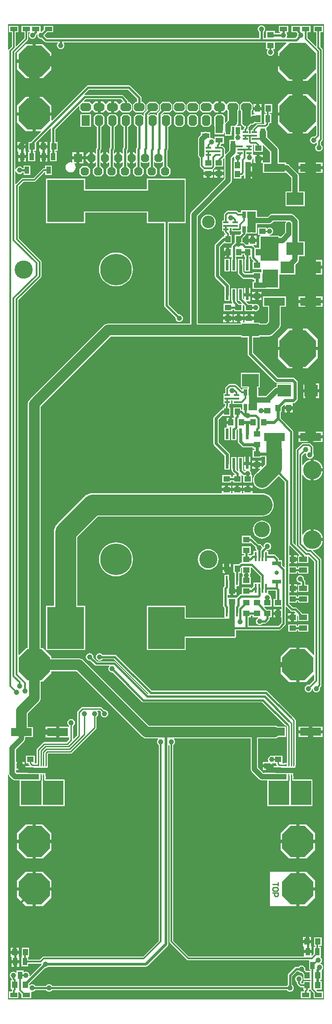
<source format=gtl>
G04 Layer_Physical_Order=1*
G04 Layer_Color=255*
%FSLAX25Y25*%
%MOIN*%
G70*
G01*
G75*
%ADD10R,0.05512X0.03386*%
%ADD11R,0.05000X0.04000*%
%ADD12R,0.04000X0.05000*%
%ADD13R,0.03543X0.05512*%
%ADD14R,0.06500X0.05000*%
%ADD15R,0.12598X0.09449*%
%ADD16R,0.04134X0.01378*%
%ADD17R,0.05512X0.03543*%
%ADD18R,0.15748X0.05905*%
%ADD19R,0.09842X0.09055*%
%ADD20R,0.02756X0.04724*%
%ADD21R,0.02362X0.07874*%
%ADD22R,0.01654X0.07008*%
%ADD23R,0.06693X0.03150*%
%ADD24R,0.06000X0.04000*%
%ADD25R,0.27559X0.31496*%
%ADD26R,0.01102X0.01968*%
%ADD27R,0.06299X0.03543*%
%ADD28C,0.07874*%
%ADD29C,0.01575*%
%ADD30C,0.03937*%
%ADD31C,0.02362*%
%ADD32C,0.01968*%
%ADD33C,0.01102*%
%ADD34C,0.01378*%
%ADD35C,0.01181*%
%ADD36C,0.04724*%
%ADD37C,0.06299*%
%ADD38C,0.05512*%
%ADD39C,0.11811*%
%ADD40C,0.15748*%
%ADD41C,0.01000*%
%ADD42R,0.06299X0.22047*%
%ADD43R,0.11811X0.18701*%
%ADD44R,0.54921X0.13484*%
%ADD45R,0.04331X0.14764*%
%ADD46R,0.04331X0.16929*%
%ADD47R,0.15650X0.18405*%
%ADD48R,0.15650X0.18405*%
%ADD49R,0.16831X0.04035*%
%ADD50R,0.16831X0.03937*%
%ADD51R,0.11811X0.14665*%
%ADD52R,0.02461X0.05118*%
%ADD53R,0.06496X0.15748*%
%ADD54R,0.11811X0.13780*%
%ADD55R,0.13386X0.18110*%
G04:AMPARAMS|DCode=56|XSize=62.99mil|YSize=78.74mil|CornerRadius=0mil|HoleSize=0mil|Usage=FLASHONLY|Rotation=270.000|XOffset=0mil|YOffset=0mil|HoleType=Round|Shape=Octagon|*
%AMOCTAGOND56*
4,1,8,0.03937,0.01575,0.03937,-0.01575,0.02362,-0.03150,-0.02362,-0.03150,-0.03937,-0.01575,-0.03937,0.01575,-0.02362,0.03150,0.02362,0.03150,0.03937,0.01575,0.0*
%
%ADD56OCTAGOND56*%

G04:AMPARAMS|DCode=57|XSize=78.74mil|YSize=62.99mil|CornerRadius=0mil|HoleSize=0mil|Usage=FLASHONLY|Rotation=270.000|XOffset=0mil|YOffset=0mil|HoleType=Round|Shape=Octagon|*
%AMOCTAGOND57*
4,1,8,-0.01575,-0.03937,0.01575,-0.03937,0.03150,-0.02362,0.03150,0.02362,0.01575,0.03937,-0.01575,0.03937,-0.03150,0.02362,-0.03150,-0.02362,-0.01575,-0.03937,0.0*
%
%ADD57OCTAGOND57*%

%ADD58R,0.06299X0.07874*%
%ADD59C,0.13780*%
%ADD60C,0.11811*%
%ADD61C,0.03150*%
%ADD62P,0.25568X8X292.5*%
%ADD63P,0.06818X8X292.5*%
%ADD64R,0.06299X0.06299*%
%ADD65P,0.29830X8X292.5*%
%ADD66C,0.23622*%
%ADD67C,0.13583*%
%ADD68C,0.09449*%
%ADD69C,0.03937*%
G36*
X141445Y-26297D02*
X141340Y-26532D01*
X141248Y-26842D01*
X141167Y-27227D01*
X141099Y-27686D01*
X141000Y-28829D01*
X140945Y-31102D01*
X135433D01*
X135288Y-26136D01*
X141563D01*
X141445Y-26297D01*
D02*
G37*
G36*
X216535Y-681102D02*
X-19685D01*
Y-513043D01*
X-19220Y-512924D01*
X-18943Y-513595D01*
X-18501Y-514170D01*
X-16111Y-516560D01*
X-15536Y-517002D01*
X-14865Y-517279D01*
X-14146Y-517374D01*
X-14114D01*
Y-517382D01*
X-13563D01*
X-13287Y-517437D01*
X-11039D01*
Y-535827D01*
X-10978Y-536134D01*
X-10804Y-536395D01*
X-10543Y-536568D01*
X-10236Y-536630D01*
X5413D01*
X5721Y-536568D01*
X5906Y-536445D01*
X6090Y-536568D01*
X6398Y-536630D01*
X22047D01*
X22354Y-536568D01*
X22615Y-536395D01*
X22789Y-536134D01*
X22850Y-535827D01*
Y-517421D01*
X22789Y-517114D01*
X22615Y-516854D01*
X22354Y-516679D01*
X22047Y-516618D01*
X8255D01*
Y-515567D01*
X10409D01*
Y-514764D01*
X8858D01*
Y-512402D01*
X10409D01*
Y-511598D01*
X10055D01*
Y-511024D01*
X5905D01*
Y-508661D01*
X10055D01*
Y-507874D01*
X10197D01*
Y-506234D01*
X10223Y-506102D01*
Y-497529D01*
X10403Y-497349D01*
X27161D01*
X27683Y-497245D01*
X28126Y-496949D01*
X45965Y-479110D01*
X46261Y-478667D01*
X46365Y-478145D01*
Y-469918D01*
X46390Y-469907D01*
X46966Y-469465D01*
X47407Y-468890D01*
X47685Y-468219D01*
X47780Y-467500D01*
X47685Y-466781D01*
X47407Y-466110D01*
X47219Y-465865D01*
X47466Y-465365D01*
X48935D01*
X49972Y-466402D01*
X49815Y-466781D01*
X49720Y-467500D01*
X49815Y-468219D01*
X50093Y-468890D01*
X50534Y-469465D01*
X51110Y-469907D01*
X51781Y-470185D01*
X52500Y-470280D01*
X53219Y-470185D01*
X53890Y-469907D01*
X54466Y-469465D01*
X54907Y-468890D01*
X55185Y-468219D01*
X55280Y-467500D01*
X55185Y-466781D01*
X54907Y-466110D01*
X54466Y-465534D01*
X53890Y-465093D01*
X53219Y-464815D01*
X52500Y-464720D01*
X52191Y-464761D01*
X50465Y-463035D01*
X50022Y-462739D01*
X49500Y-462635D01*
X36000D01*
X35478Y-462739D01*
X35035Y-463035D01*
X32535Y-465535D01*
X32239Y-465978D01*
X32135Y-466500D01*
Y-483651D01*
X29386Y-486401D01*
X28924Y-486209D01*
Y-476827D01*
X28949Y-476817D01*
X29525Y-476375D01*
X29966Y-475799D01*
X30244Y-475129D01*
X30339Y-474409D01*
X30244Y-473690D01*
X29966Y-473020D01*
X29525Y-472444D01*
X28949Y-472002D01*
X28278Y-471725D01*
X27559Y-471630D01*
X26840Y-471725D01*
X26169Y-472002D01*
X25594Y-472444D01*
X25152Y-473020D01*
X24874Y-473690D01*
X24779Y-474409D01*
X24874Y-475129D01*
X25152Y-475799D01*
X25594Y-476375D01*
X26169Y-476817D01*
X26194Y-476827D01*
Y-477347D01*
X18618D01*
Y-481299D01*
Y-485252D01*
X26194D01*
Y-486836D01*
X24238Y-488793D01*
X7480D01*
X6958Y-488897D01*
X6515Y-489192D01*
X1988Y-493720D01*
X1692Y-494163D01*
X1588Y-494685D01*
Y-504738D01*
X775D01*
X335Y-504595D01*
Y-499020D01*
X-6240D01*
Y-504595D01*
X-4318D01*
Y-504724D01*
X-4214Y-505247D01*
X-3918Y-505689D01*
X-3262Y-506345D01*
X-3453Y-506807D01*
X-6453D01*
Y-508626D01*
X-2953D01*
Y-510988D01*
X-6453D01*
Y-511796D01*
X-13013D01*
X-13756Y-511053D01*
Y-509594D01*
X-12008D01*
Y-506595D01*
Y-503594D01*
X-13756D01*
Y-494458D01*
X-7598Y-488300D01*
X-7156Y-487724D01*
X-6878Y-487054D01*
X-6783Y-486335D01*
Y-485121D01*
X-6677Y-485039D01*
X-902D01*
Y-477559D01*
X-4798D01*
Y-467442D01*
X3370Y-459275D01*
X4127Y-458288D01*
X4603Y-457139D01*
X4765Y-455905D01*
Y-443701D01*
X6299D01*
X12598Y-437402D01*
Y-435868D01*
X31491D01*
X80292Y-484669D01*
X81279Y-485426D01*
X82428Y-485902D01*
X83661Y-486064D01*
X92422D01*
X92591Y-486564D01*
X92523Y-486617D01*
X92081Y-487193D01*
X91803Y-487863D01*
X91708Y-488583D01*
X91803Y-489302D01*
X92081Y-489972D01*
X92523Y-490548D01*
X93083Y-490978D01*
Y-637213D01*
X81308Y-648989D01*
X7087D01*
X6549Y-649096D01*
X6093Y-649400D01*
X4143Y-651351D01*
X-4528D01*
Y-649213D01*
X-4134Y-648957D01*
X-3842D01*
Y-642382D01*
X-9417D01*
Y-648957D01*
X-9646Y-649213D01*
X-9646D01*
Y-656299D01*
X-4528D01*
Y-654161D01*
X4724D01*
X5067Y-654093D01*
X5471Y-654391D01*
X5521Y-654473D01*
X5488Y-654724D01*
X5514Y-654923D01*
X-3085Y-663523D01*
X-3559Y-663289D01*
X-3520Y-662992D01*
X-3614Y-662273D01*
X-3892Y-661602D01*
X-4334Y-661027D01*
X-4909Y-660585D01*
X-5580Y-660307D01*
X-6299Y-660212D01*
X-7019Y-660307D01*
X-7571Y-660536D01*
X-8071Y-660313D01*
Y-659449D01*
X-13189D01*
Y-660790D01*
X-13689Y-660947D01*
X-14161Y-660585D01*
X-14832Y-660307D01*
X-15551Y-660212D01*
X-16271Y-660307D01*
X-16941Y-660585D01*
X-17517Y-661027D01*
X-17958Y-661602D01*
X-18236Y-662273D01*
X-18331Y-662992D01*
X-18236Y-663712D01*
X-17958Y-664382D01*
X-17517Y-664958D01*
X-16956Y-665388D01*
Y-665551D01*
X-16849Y-666089D01*
X-16714Y-666291D01*
X-16981Y-666791D01*
X-17480D01*
Y-673366D01*
X-16916D01*
X-16649Y-673866D01*
X-16652Y-673872D01*
X-16759Y-674409D01*
Y-675079D01*
X-18898D01*
Y-680039D01*
X-11811D01*
Y-675529D01*
X-11311Y-675321D01*
X-9449Y-677184D01*
Y-680039D01*
X-2362D01*
Y-675620D01*
X-1862Y-675183D01*
X-1575Y-675221D01*
X-855Y-675126D01*
X-185Y-674848D01*
X391Y-674406D01*
X667Y-674047D01*
X8782D01*
X9058Y-674406D01*
X9634Y-674848D01*
X10304Y-675126D01*
X11024Y-675221D01*
X11743Y-675126D01*
X12414Y-674848D01*
X12989Y-674406D01*
X13265Y-674047D01*
X188703D01*
X188979Y-674406D01*
X189555Y-674848D01*
X190226Y-675126D01*
X190945Y-675221D01*
X191664Y-675126D01*
X192335Y-674848D01*
X192910Y-674406D01*
X193352Y-673831D01*
X193630Y-673160D01*
X193725Y-672441D01*
X193630Y-671722D01*
X193352Y-671051D01*
X192910Y-670475D01*
X192551Y-670199D01*
Y-663657D01*
X196334Y-659873D01*
X197365D01*
X197641Y-660233D01*
X198216Y-660675D01*
X198887Y-660953D01*
X199606Y-661047D01*
X199653Y-661041D01*
X201087Y-662475D01*
Y-666280D01*
X206469D01*
Y-667185D01*
X201087D01*
Y-669067D01*
X199795D01*
X199284Y-668557D01*
X199320Y-667931D01*
X199603Y-667714D01*
X200045Y-667138D01*
X200323Y-666468D01*
X200417Y-665748D01*
X200323Y-665029D01*
X200045Y-664358D01*
X199603Y-663783D01*
X199028Y-663341D01*
X198357Y-663063D01*
X197638Y-662968D01*
X196918Y-663063D01*
X196248Y-663341D01*
X195672Y-663783D01*
X195230Y-664358D01*
X194953Y-665029D01*
X194858Y-665748D01*
X194953Y-666468D01*
X195230Y-667138D01*
X195672Y-667714D01*
X196233Y-668144D01*
Y-668898D01*
X196340Y-669435D01*
X196644Y-669891D01*
X198219Y-671466D01*
X198675Y-671770D01*
X199213Y-671877D01*
X201087D01*
Y-673760D01*
X201194D01*
X201462Y-674260D01*
X201458Y-674265D01*
X201351Y-674803D01*
Y-675079D01*
X199213D01*
Y-680039D01*
X206299D01*
Y-675079D01*
X205100D01*
X204934Y-674579D01*
X205172Y-674223D01*
X205264Y-673760D01*
X206575D01*
X206576Y-673766D01*
X206881Y-674222D01*
X208661Y-676003D01*
Y-680039D01*
X215748D01*
Y-675079D01*
X211711D01*
X210854Y-674222D01*
X211046Y-673760D01*
X214661D01*
Y-667185D01*
X213680D01*
Y-666280D01*
X214661D01*
Y-659705D01*
X214661Y-659705D01*
X214661D01*
X214748Y-659213D01*
X214958Y-659052D01*
X215399Y-658476D01*
X215677Y-657806D01*
X215772Y-657087D01*
X215677Y-656367D01*
X215399Y-655697D01*
X214958Y-655121D01*
X214382Y-654679D01*
X213794Y-654436D01*
X213719Y-654265D01*
X213710Y-654221D01*
X213706Y-653897D01*
X214170Y-653540D01*
X214612Y-652965D01*
X214890Y-652294D01*
X214984Y-651575D01*
X214890Y-650855D01*
X214612Y-650185D01*
X214170Y-649609D01*
X213792Y-649319D01*
X213962Y-648819D01*
X213976D01*
Y-641732D01*
X212822D01*
Y-641083D01*
X214661D01*
Y-634508D01*
X209087D01*
Y-641083D01*
X210012D01*
Y-641732D01*
X208858D01*
Y-647029D01*
X207564Y-648323D01*
X207102Y-648132D01*
Y-646457D01*
X204331D01*
X201559D01*
Y-648989D01*
X115543D01*
X103767Y-637213D01*
Y-490978D01*
X104328Y-490548D01*
X104770Y-489972D01*
X105047Y-489302D01*
X105142Y-488583D01*
X105047Y-487863D01*
X104770Y-487193D01*
X104328Y-486617D01*
X104259Y-486564D01*
X104429Y-486064D01*
X161590D01*
Y-508858D01*
X161685Y-509578D01*
X161963Y-510248D01*
X162405Y-510824D01*
X168176Y-516595D01*
X168752Y-517037D01*
X169422Y-517315D01*
X170142Y-517410D01*
X170925D01*
Y-517417D01*
X171655D01*
X171752Y-517437D01*
X174000D01*
Y-535827D01*
X174061Y-536134D01*
X174235Y-536395D01*
X174496Y-536568D01*
X174803Y-536630D01*
X190453D01*
X190760Y-536568D01*
X190945Y-536445D01*
X191130Y-536568D01*
X191437Y-536630D01*
X207087D01*
X207394Y-536568D01*
X207654Y-536395D01*
X207828Y-536134D01*
X207889Y-535827D01*
Y-517421D01*
X207828Y-517114D01*
X207654Y-516854D01*
X207394Y-516679D01*
X207087Y-516618D01*
X193294D01*
Y-515567D01*
X195449D01*
Y-514764D01*
X193898D01*
Y-512402D01*
X195449D01*
Y-511598D01*
X195095D01*
Y-511024D01*
X190945D01*
Y-508661D01*
X195095D01*
Y-507874D01*
X195236D01*
Y-506234D01*
X195262Y-506102D01*
Y-472638D01*
X195159Y-472116D01*
X194863Y-471673D01*
X193257Y-470067D01*
X193216Y-469858D01*
X192868Y-469337D01*
X174364Y-450833D01*
X173843Y-450485D01*
X173228Y-450363D01*
X173228Y-450363D01*
X87673D01*
X61372Y-424061D01*
X60851Y-423713D01*
X60236Y-423591D01*
X60236Y-423591D01*
X51061D01*
X50784Y-423231D01*
X50209Y-422790D01*
X49538Y-422512D01*
X48819Y-422417D01*
X48099Y-422512D01*
X47429Y-422790D01*
X46853Y-423231D01*
X46412Y-423807D01*
X46134Y-424477D01*
X46039Y-425197D01*
X46134Y-425916D01*
X46412Y-426587D01*
X46853Y-427162D01*
X47429Y-427604D01*
X48099Y-427882D01*
X48819Y-427977D01*
X49538Y-427882D01*
X50209Y-427604D01*
X50784Y-427162D01*
X51061Y-426802D01*
X59571D01*
X85123Y-452354D01*
X84948Y-452887D01*
X84720Y-452922D01*
X60781Y-428983D01*
X60260Y-428635D01*
X59646Y-428512D01*
X59646Y-428512D01*
X46925D01*
X44059Y-425647D01*
X44118Y-425197D01*
X44023Y-424477D01*
X43746Y-423807D01*
X43304Y-423231D01*
X42728Y-422790D01*
X42058Y-422512D01*
X41339Y-422417D01*
X40619Y-422512D01*
X39949Y-422790D01*
X39373Y-423231D01*
X38931Y-423807D01*
X38654Y-424477D01*
X38559Y-425197D01*
X38654Y-425916D01*
X38931Y-426587D01*
X39373Y-427162D01*
X39949Y-427604D01*
X40619Y-427882D01*
X41339Y-427977D01*
X41788Y-427917D01*
X45125Y-431253D01*
X45125Y-431253D01*
X45645Y-431601D01*
X46260Y-431724D01*
X55815D01*
X56002Y-432224D01*
X55664Y-432665D01*
X55386Y-433336D01*
X55291Y-434055D01*
X55386Y-434774D01*
X55664Y-435445D01*
X56105Y-436021D01*
X56681Y-436462D01*
X57351Y-436740D01*
X58071Y-436835D01*
X58521Y-436776D01*
X80361Y-458616D01*
X80882Y-458964D01*
X81496Y-459086D01*
X170201D01*
X187447Y-476332D01*
X187968Y-476680D01*
X188178Y-476722D01*
X188596Y-477140D01*
Y-504331D01*
X186653D01*
Y-504738D01*
X185815D01*
X185374Y-504595D01*
Y-499020D01*
X178799D01*
Y-499020D01*
X178299Y-499227D01*
X178046Y-499122D01*
X177327Y-499027D01*
X176607Y-499122D01*
X175937Y-499400D01*
X175361Y-499842D01*
X174919Y-500417D01*
X174642Y-501088D01*
X174547Y-501807D01*
X174642Y-502527D01*
X174892Y-503130D01*
X174699Y-503630D01*
X170713D01*
Y-505449D01*
X174213D01*
X177713D01*
Y-504536D01*
X178046Y-504492D01*
X178299Y-504387D01*
X178799Y-504595D01*
Y-504595D01*
X180722D01*
Y-505020D01*
X180826Y-505542D01*
X181122Y-505985D01*
X181482Y-506345D01*
X181291Y-506807D01*
X178587D01*
Y-508626D01*
X182087D01*
Y-510988D01*
X178587D01*
Y-511796D01*
X171752D01*
X171516Y-511842D01*
X171285D01*
X167150Y-507707D01*
Y-486064D01*
X179413D01*
X180647Y-485902D01*
X181796Y-485426D01*
X182556Y-484842D01*
X188075D01*
Y-477362D01*
X182043D01*
X181796Y-477172D01*
X180647Y-476696D01*
X179413Y-476534D01*
X85635D01*
X36834Y-427733D01*
X35847Y-426976D01*
X34698Y-426500D01*
X33465Y-426337D01*
X12598D01*
Y-424803D01*
X6299Y-418504D01*
X4765D01*
Y-238194D01*
X57092Y-185868D01*
X154331D01*
Y-186614D01*
X159410D01*
Y-198819D01*
X159563Y-199587D01*
X159998Y-200238D01*
X179683Y-219923D01*
X180334Y-220358D01*
X181102Y-220511D01*
X191614D01*
X191649Y-220563D01*
X191382Y-221063D01*
X181142D01*
Y-223598D01*
X181039D01*
X180320Y-223693D01*
X179649Y-223971D01*
X179074Y-224412D01*
X173069Y-230417D01*
X170925D01*
Y-230425D01*
X167323D01*
Y-224606D01*
X167240D01*
Y-224016D01*
X168504D01*
Y-212992D01*
X154331D01*
Y-224016D01*
X159335D01*
Y-224606D01*
X155512D01*
Y-225564D01*
X155050Y-225756D01*
X151163Y-221869D01*
X150674Y-221542D01*
X150098Y-221428D01*
X145965D01*
X145388Y-221542D01*
X144900Y-221869D01*
X143129Y-223640D01*
X142802Y-224129D01*
X142688Y-224705D01*
Y-228248D01*
X141339D01*
Y-231201D01*
Y-233760D01*
Y-236319D01*
X142688D01*
Y-237073D01*
X142636Y-237125D01*
X142310Y-237613D01*
X142195Y-238189D01*
Y-238839D01*
X140850D01*
Y-240119D01*
X140748D01*
X139980Y-240272D01*
X139329Y-240707D01*
X134408Y-245628D01*
X133973Y-246279D01*
X133820Y-247047D01*
Y-265748D01*
X133973Y-266516D01*
X134408Y-267167D01*
X142068Y-274827D01*
Y-280685D01*
X142106Y-280879D01*
Y-285409D01*
X146043D01*
Y-280879D01*
X146082Y-280685D01*
Y-273996D01*
X145929Y-273228D01*
X145494Y-272577D01*
X137834Y-264917D01*
Y-247879D01*
X140461Y-245252D01*
X140850Y-245413D01*
Y-245413D01*
X146425D01*
Y-238839D01*
X145807D01*
X145540Y-238339D01*
X145584Y-238273D01*
X145698Y-237697D01*
Y-236319D01*
X147047D01*
Y-233789D01*
X148228D01*
Y-236319D01*
X150937D01*
X151083Y-236348D01*
X154921D01*
X155012Y-236330D01*
X155512Y-236740D01*
Y-240334D01*
X155048Y-240617D01*
X155012Y-240617D01*
X154528Y-240520D01*
X154425Y-240033D01*
Y-238839D01*
X148850D01*
Y-245413D01*
X148966D01*
X149233Y-245913D01*
X149107Y-246102D01*
X149028Y-246500D01*
X147772D01*
Y-250000D01*
X146591D01*
Y-251181D01*
X143591D01*
Y-253461D01*
X143590Y-253500D01*
X143496Y-253961D01*
X142106D01*
Y-263409D01*
X146043D01*
Y-254000D01*
X146043Y-253961D01*
X146138Y-253500D01*
X147011D01*
X147106Y-253961D01*
X147106D01*
Y-263409D01*
X151043D01*
Y-255755D01*
X151606Y-255192D01*
X152078Y-255352D01*
X152106Y-255374D01*
Y-258491D01*
X152068Y-258685D01*
Y-264311D01*
X152220Y-265079D01*
X152656Y-265730D01*
X155140Y-268215D01*
X155791Y-268650D01*
X156559Y-268802D01*
X163051D01*
Y-269583D01*
X164331D01*
Y-270772D01*
X163051D01*
Y-276346D01*
X169626D01*
Y-275566D01*
X172409D01*
Y-281329D01*
X170300Y-283436D01*
X169839Y-283245D01*
Y-282740D01*
X167520D01*
Y-284559D01*
X168525D01*
X168716Y-285021D01*
X165402Y-288335D01*
X164566Y-289354D01*
X163944Y-290517D01*
X163561Y-291778D01*
X163432Y-293091D01*
X163561Y-294403D01*
X163944Y-295664D01*
X164566Y-296827D01*
X165402Y-297846D01*
X166421Y-298682D01*
X167584Y-299304D01*
X168845Y-299687D01*
X170158Y-299816D01*
X171469Y-299687D01*
X172731Y-299304D01*
X173894Y-298682D01*
X174913Y-297846D01*
X182754Y-290005D01*
X187233Y-294484D01*
Y-358128D01*
X186771Y-358319D01*
X185236Y-356784D01*
Y-352953D01*
X182708D01*
Y-352362D01*
X182708Y-352362D01*
X182586Y-351748D01*
X182238Y-351227D01*
X180269Y-349258D01*
X179748Y-348910D01*
X179134Y-348788D01*
X179134Y-348788D01*
X174744D01*
Y-346102D01*
X173644D01*
X173452Y-345640D01*
X173842Y-345251D01*
X174213Y-345299D01*
X174932Y-345205D01*
X175602Y-344927D01*
X176178Y-344485D01*
X176620Y-343910D01*
X176898Y-343239D01*
X176992Y-342520D01*
X176898Y-341800D01*
X176620Y-341130D01*
X176178Y-340554D01*
X175602Y-340112D01*
X174932Y-339835D01*
X174213Y-339740D01*
X173493Y-339835D01*
X172823Y-340112D01*
X172247Y-340554D01*
X171805Y-341130D01*
X171528Y-341800D01*
X171433Y-342520D01*
X171499Y-343025D01*
X171155Y-343339D01*
X170711Y-343185D01*
X170697Y-343080D01*
X170419Y-342409D01*
X169977Y-341834D01*
X169402Y-341392D01*
X168731Y-341114D01*
X168012Y-341020D01*
X167562Y-341079D01*
X162883Y-336400D01*
X162362Y-336052D01*
X161752Y-335931D01*
Y-334748D01*
X155177D01*
Y-340323D01*
X161752D01*
Y-340323D01*
X162114Y-340173D01*
X165291Y-343350D01*
X165232Y-343799D01*
X165327Y-344519D01*
X165604Y-345189D01*
X165922Y-345602D01*
X165707Y-346102D01*
X163839D01*
Y-348696D01*
X163386Y-348788D01*
X162771Y-348910D01*
X162250Y-349258D01*
X162250Y-349258D01*
X162209Y-349299D01*
X161752Y-349449D01*
Y-349449D01*
X161752Y-349449D01*
X160070D01*
Y-348323D01*
X161752D01*
Y-342748D01*
X155177D01*
Y-348323D01*
X156859D01*
Y-349449D01*
X155177D01*
Y-354694D01*
X154591D01*
X153976Y-354816D01*
X153455Y-355164D01*
X153455Y-355164D01*
X152655Y-355965D01*
X148850D01*
Y-362539D01*
X149871D01*
Y-363606D01*
X147539D01*
Y-368110D01*
X145414D01*
Y-363819D01*
X145177D01*
Y-363606D01*
X144531D01*
Y-363819D01*
X142185D01*
Y-372276D01*
X141581Y-372880D01*
X141233Y-373401D01*
X141111Y-374016D01*
X141111Y-374016D01*
Y-386811D01*
X141111Y-386811D01*
X141233Y-387425D01*
X141581Y-387946D01*
X142185Y-388550D01*
Y-395851D01*
X113209D01*
Y-387008D01*
X84075D01*
Y-420079D01*
X113209D01*
Y-410941D01*
X149803D01*
X150110Y-410880D01*
X150371Y-410706D01*
X150545Y-410445D01*
X150606Y-410138D01*
Y-405149D01*
X183071D01*
X183071Y-405149D01*
X183685Y-405027D01*
X184206Y-404679D01*
X187356Y-401529D01*
X187356Y-401529D01*
X187704Y-401008D01*
X187826Y-400394D01*
X187826Y-400394D01*
Y-387994D01*
X188288Y-387803D01*
X191384Y-390899D01*
X191384Y-390899D01*
X191905Y-391247D01*
X192520Y-391369D01*
X192520Y-391369D01*
X194280D01*
X195055Y-392144D01*
X194863Y-392606D01*
X194095D01*
Y-395606D01*
Y-398606D01*
X196413D01*
Y-394664D01*
X196913Y-394397D01*
X197000Y-394455D01*
Y-398394D01*
X204575D01*
Y-392819D01*
X200271D01*
X196080Y-388628D01*
X195559Y-388280D01*
X194945Y-388158D01*
X194945Y-388158D01*
X193185D01*
X190444Y-385418D01*
Y-384740D01*
X196201D01*
Y-383558D01*
X197000D01*
Y-384740D01*
X204575D01*
Y-379165D01*
X197000D01*
Y-380347D01*
X196201D01*
Y-379165D01*
X190444D01*
Y-376953D01*
X191732D01*
Y-373953D01*
Y-370953D01*
X190444D01*
Y-363087D01*
X196201D01*
Y-361905D01*
X197000D01*
Y-363087D01*
X204575D01*
Y-357512D01*
X197000D01*
Y-358694D01*
X196201D01*
Y-357512D01*
X190444D01*
Y-355299D01*
X191732D01*
Y-352299D01*
Y-349299D01*
X190444D01*
Y-342241D01*
X190944Y-342034D01*
X197960Y-349050D01*
X197769Y-349512D01*
X197000D01*
Y-355087D01*
X204575D01*
Y-350180D01*
X205075Y-349975D01*
X209225Y-354125D01*
Y-423607D01*
X208763Y-423799D01*
X203256Y-418291D01*
X198031D01*
Y-431102D01*
Y-443913D01*
X203256D01*
X208763Y-438406D01*
X209225Y-438598D01*
Y-442331D01*
X205425Y-446132D01*
X204724Y-446039D01*
X204005Y-446134D01*
X203335Y-446412D01*
X202759Y-446853D01*
X202317Y-447429D01*
X202040Y-448100D01*
X201945Y-448819D01*
X202040Y-449538D01*
X202317Y-450209D01*
X202759Y-450784D01*
X203335Y-451226D01*
X204005Y-451504D01*
X204724Y-451599D01*
X205444Y-451504D01*
X206114Y-451226D01*
X206690Y-450784D01*
X207132Y-450209D01*
X207409Y-449538D01*
X207425Y-449420D01*
X207929D01*
X207945Y-449538D01*
X208223Y-450209D01*
X208664Y-450784D01*
X209240Y-451226D01*
X209910Y-451504D01*
X210630Y-451599D01*
X211349Y-451504D01*
X212020Y-451226D01*
X212595Y-450784D01*
X213037Y-450209D01*
X213315Y-449538D01*
X213410Y-448819D01*
X213317Y-448118D01*
X213986Y-447450D01*
X214290Y-446994D01*
X214397Y-446457D01*
Y-352756D01*
X214290Y-352218D01*
X213986Y-351763D01*
X208156Y-345933D01*
X208325Y-345463D01*
X209224Y-345374D01*
X210711Y-344923D01*
X212082Y-344190D01*
X213283Y-343204D01*
X214269Y-342003D01*
X215002Y-340632D01*
X215453Y-339145D01*
X215489Y-338779D01*
X207677D01*
Y-337598D01*
X206496D01*
Y-329787D01*
X206131Y-329823D01*
X204643Y-330274D01*
X203273Y-331007D01*
X202071Y-331993D01*
X201085Y-333194D01*
X200724Y-333870D01*
X200224Y-333745D01*
Y-289444D01*
X200724Y-289319D01*
X201085Y-289995D01*
X202071Y-291196D01*
X203273Y-292182D01*
X204643Y-292915D01*
X206131Y-293366D01*
X206496Y-293402D01*
Y-285591D01*
Y-277779D01*
X206131Y-277815D01*
X204643Y-278266D01*
X203273Y-278999D01*
X202071Y-279985D01*
X201085Y-281186D01*
X200724Y-281862D01*
X200224Y-281737D01*
Y-274991D01*
X202055Y-273160D01*
X202756Y-273252D01*
X202943Y-273227D01*
X203248Y-273624D01*
X203221Y-273690D01*
X203126Y-274410D01*
X203221Y-275129D01*
X203498Y-275799D01*
X203940Y-276375D01*
X204516Y-276817D01*
X205186Y-277094D01*
X205906Y-277189D01*
X206625Y-277094D01*
X207295Y-276817D01*
X207871Y-276375D01*
X208313Y-275799D01*
X208591Y-275129D01*
X208685Y-274410D01*
X208591Y-273690D01*
X208462Y-273379D01*
X208492Y-273228D01*
Y-268504D01*
X208385Y-267966D01*
X208080Y-267511D01*
X206505Y-265936D01*
X206049Y-265631D01*
X205512Y-265524D01*
X200787D01*
X200250Y-265631D01*
X199794Y-265936D01*
X195857Y-269873D01*
X195552Y-270328D01*
X195445Y-270866D01*
Y-341340D01*
X194983Y-341532D01*
X193338Y-339886D01*
Y-256819D01*
X193338Y-256819D01*
X193216Y-256204D01*
X192868Y-255683D01*
X184031Y-246847D01*
Y-242461D01*
X184811D01*
Y-238697D01*
X186562Y-236946D01*
X187024Y-237137D01*
Y-237992D01*
X190024D01*
X193024D01*
Y-235673D01*
X193504Y-235668D01*
X194272Y-235516D01*
X194923Y-235081D01*
X196301Y-233703D01*
X196736Y-233051D01*
X196889Y-232283D01*
Y-220472D01*
X196736Y-219704D01*
X196301Y-219053D01*
X194333Y-217085D01*
X193682Y-216650D01*
X192913Y-216497D01*
X181934D01*
X163424Y-197988D01*
Y-186614D01*
X168504D01*
Y-185868D01*
X175197D01*
X176430Y-185705D01*
X177579Y-185229D01*
X178566Y-184472D01*
X182783Y-180255D01*
X183540Y-179268D01*
X184016Y-178119D01*
X184179Y-176886D01*
Y-163583D01*
X188075D01*
Y-156102D01*
X170752D01*
Y-163583D01*
X174648D01*
Y-174912D01*
X173223Y-176337D01*
X168504D01*
Y-175591D01*
X164316D01*
X163933Y-175307D01*
X163933Y-175091D01*
Y-173488D01*
X160433D01*
X156933D01*
Y-175091D01*
X156933Y-175307D01*
X156551Y-175591D01*
X156442D01*
X156059Y-175307D01*
X156059Y-175091D01*
Y-173488D01*
X153740D01*
Y-175307D01*
X153948D01*
X154331Y-175591D01*
X154331Y-175807D01*
Y-176337D01*
X122071D01*
Y-96033D01*
X146847Y-71257D01*
X147289Y-70681D01*
X147567Y-70011D01*
X147662Y-69291D01*
Y-52726D01*
X148784Y-51603D01*
X149258Y-51837D01*
X149189Y-52362D01*
X149284Y-53082D01*
X149561Y-53752D01*
X149818Y-54087D01*
X149571Y-54587D01*
X149118D01*
Y-61161D01*
X149118D01*
Y-61279D01*
X149118D01*
Y-67854D01*
X154693D01*
Y-65972D01*
X155118D01*
X155656Y-65865D01*
X156112Y-65560D01*
X156405Y-65266D01*
X156905Y-65474D01*
Y-68067D01*
X158724D01*
Y-64567D01*
X159905D01*
Y-63386D01*
X162906D01*
Y-61374D01*
Y-59055D01*
X159905D01*
Y-56693D01*
X162906D01*
Y-54374D01*
X162906Y-54374D01*
X162906D01*
X162934Y-53886D01*
X163037Y-53752D01*
X163315Y-53082D01*
X163323Y-53021D01*
X163823Y-53054D01*
Y-56213D01*
X166142D01*
Y-53213D01*
Y-50213D01*
X163823D01*
X163823Y-50213D01*
Y-50213D01*
X163823Y-50213D01*
X163386Y-50060D01*
Y-45374D01*
Y-42744D01*
X164035D01*
Y-48000D01*
X170610D01*
Y-43079D01*
X171072Y-42888D01*
X176237Y-48052D01*
Y-56102D01*
X171206D01*
X170823Y-56102D01*
X170823Y-55742D01*
Y-54394D01*
X168504D01*
Y-56213D01*
X170369D01*
X170752Y-56213D01*
X170752Y-56573D01*
Y-63583D01*
X188075D01*
X188075Y-63583D01*
Y-63583D01*
X188531Y-63722D01*
X192102Y-67293D01*
Y-70866D01*
Y-74803D01*
Y-77559D01*
X187795D01*
Y-88583D01*
X201969D01*
Y-77559D01*
X197662D01*
Y-74803D01*
Y-70866D01*
Y-66142D01*
X197567Y-65422D01*
X197289Y-64752D01*
X196847Y-64176D01*
X190548Y-57877D01*
X189972Y-57435D01*
X189302Y-57158D01*
X188583Y-57063D01*
X188075D01*
Y-56102D01*
X182590D01*
Y-46736D01*
X182482Y-45914D01*
X182165Y-45148D01*
X181660Y-44490D01*
X174043Y-36873D01*
Y-33465D01*
X173935Y-32642D01*
X173617Y-31876D01*
X173425Y-31626D01*
Y-30003D01*
X173828Y-29734D01*
X175009Y-28552D01*
X175314Y-28097D01*
X175421Y-27559D01*
Y-26772D01*
X176969D01*
Y-19685D01*
X175814D01*
Y-19035D01*
X177654D01*
Y-12461D01*
X172079D01*
Y-19035D01*
X173004D01*
Y-19685D01*
X171850D01*
Y-26772D01*
X171850D01*
X171845Y-27270D01*
X171801Y-27335D01*
X166929D01*
X166392Y-27442D01*
X165936Y-27747D01*
X163475Y-30207D01*
X163171Y-30663D01*
X163064Y-31201D01*
Y-31791D01*
X161614D01*
Y-34422D01*
X160433D01*
Y-31791D01*
X159825D01*
X159709Y-31511D01*
X159666Y-31291D01*
X159959Y-30853D01*
X160066Y-30315D01*
Y-29291D01*
X160394D01*
X161941Y-27744D01*
X162441D01*
X163263Y-27635D01*
X164029Y-27318D01*
X164379Y-27050D01*
X164764Y-26772D01*
X169882D01*
Y-19741D01*
X169882Y-19685D01*
X169866Y-19192D01*
Y-16929D01*
X163866D01*
Y-19248D01*
X164363D01*
X164623Y-19743D01*
X164548Y-19897D01*
X164390Y-20052D01*
X163779D01*
X162957Y-20160D01*
X162812Y-20220D01*
X162396Y-19942D01*
Y-17289D01*
X163150Y-16535D01*
Y-12598D01*
X161181Y-10630D01*
X158683D01*
X158425Y-10596D01*
X158167Y-10630D01*
X155669D01*
X153701Y-12598D01*
Y-16535D01*
X154454Y-17289D01*
Y-24567D01*
X154488Y-24825D01*
Y-27323D01*
X156457Y-29291D01*
X157116D01*
X157198Y-29791D01*
X156585Y-30404D01*
X156281Y-30860D01*
X156174Y-31398D01*
Y-31791D01*
X154724D01*
X154527Y-31373D01*
Y-28740D01*
X151598D01*
X151407Y-28278D01*
X152362Y-27323D01*
Y-24825D01*
X152396Y-24567D01*
Y-17289D01*
X153150Y-16535D01*
Y-12598D01*
X151181Y-10630D01*
X148683D01*
X148425Y-10596D01*
X148167Y-10630D01*
X145669D01*
X143846Y-12453D01*
X143449Y-12485D01*
X143279Y-12409D01*
X141287Y-10417D01*
X139606D01*
Y-14567D01*
Y-18717D01*
X141287D01*
X143279Y-16725D01*
X143449Y-16649D01*
X143846Y-16681D01*
X144454Y-17289D01*
Y-24567D01*
X144459Y-24602D01*
X142916Y-26145D01*
X142862Y-26215D01*
X142666Y-26191D01*
X142540Y-26168D01*
X142362Y-26046D01*
Y-21811D01*
X140394Y-19842D01*
X136457D01*
X134488Y-21811D01*
Y-26118D01*
X134485Y-26136D01*
X134487Y-26147D01*
X134485Y-26159D01*
X134488Y-26265D01*
Y-27323D01*
X134520Y-27355D01*
X134615Y-30598D01*
Y-31102D01*
X134646Y-31335D01*
Y-34843D01*
X141732D01*
Y-33598D01*
X142232Y-33393D01*
X142323Y-33486D01*
Y-35827D01*
X147441D01*
Y-33307D01*
X147567Y-33003D01*
X147662Y-32283D01*
Y-29291D01*
X149409D01*
Y-35827D01*
X149409Y-35827D01*
X149409D01*
X149431Y-36327D01*
X149284Y-36682D01*
X149189Y-37402D01*
X149284Y-38121D01*
X149431Y-38476D01*
X149097Y-38976D01*
X145866D01*
Y-41496D01*
X145740Y-41800D01*
X145645Y-42520D01*
Y-46880D01*
X142916Y-49609D01*
X142850Y-49696D01*
X142350Y-49526D01*
Y-46063D01*
X142243Y-45525D01*
X141938Y-45070D01*
X140954Y-44085D01*
X140498Y-43781D01*
X139961Y-43674D01*
X139764D01*
Y-43602D01*
X139353D01*
X139236Y-43322D01*
X139194Y-43102D01*
X139487Y-42664D01*
X139594Y-42126D01*
Y-41929D01*
X141732D01*
Y-36811D01*
X134646D01*
Y-38349D01*
X134146Y-38506D01*
X133673Y-38144D01*
X133003Y-37866D01*
X132283Y-37771D01*
X131996Y-37809D01*
X131496Y-37372D01*
Y-33268D01*
X128976D01*
X128672Y-33142D01*
X127953Y-33047D01*
X127233Y-33142D01*
X126929Y-33268D01*
X124409D01*
Y-35439D01*
X123231Y-36617D01*
X122790Y-37193D01*
X122512Y-37863D01*
X122417Y-38583D01*
Y-44094D01*
Y-47244D01*
Y-50394D01*
X122512Y-51113D01*
X122790Y-51784D01*
X123231Y-52359D01*
X123792Y-52789D01*
Y-58268D01*
X123899Y-58805D01*
X124203Y-59261D01*
X126172Y-61230D01*
X126421Y-61396D01*
Y-63055D01*
X129921D01*
X133421D01*
Y-61396D01*
X133671Y-61230D01*
X133888Y-61012D01*
X134295Y-61312D01*
X134295Y-61705D01*
Y-63055D01*
X136614D01*
Y-61236D01*
X134789D01*
X134371Y-61236D01*
X134071Y-60829D01*
X134852Y-60049D01*
X135156Y-59593D01*
X135263Y-59055D01*
Y-59024D01*
X141083D01*
Y-53449D01*
X141083D01*
X140960Y-53153D01*
X141602Y-52511D01*
X142102Y-52718D01*
Y-68140D01*
X117326Y-92916D01*
X116884Y-93492D01*
X116606Y-94162D01*
X116512Y-94882D01*
Y-176337D01*
X55118D01*
X53885Y-176499D01*
X52736Y-176976D01*
X51749Y-177733D01*
X-3370Y-232851D01*
X-4127Y-233838D01*
X-4603Y-234987D01*
X-4765Y-236221D01*
Y-418504D01*
X-6299D01*
X-11322Y-423527D01*
X-11784Y-423336D01*
Y-158653D01*
X4930Y-141938D01*
X5235Y-141482D01*
X5342Y-140945D01*
Y-130315D01*
X5235Y-129777D01*
X4930Y-129322D01*
X-11587Y-112804D01*
Y-74007D01*
X-7883Y-70303D01*
X0D01*
X538Y-70196D01*
X993Y-69891D01*
X7571Y-63314D01*
X8071Y-63452D01*
Y-65354D01*
X13189D01*
Y-58268D01*
X8071D01*
Y-60406D01*
X7087D01*
X6549Y-60513D01*
X6093Y-60818D01*
X-582Y-67493D01*
X-8465D01*
X-9002Y-67600D01*
X-9458Y-67904D01*
X-13646Y-72092D01*
X-14146Y-71885D01*
Y-62780D01*
X-13646Y-62681D01*
X-13431Y-63201D01*
X-12989Y-63776D01*
X-12414Y-64218D01*
X-11743Y-64496D01*
X-11024Y-64591D01*
X-10304Y-64496D01*
X-9634Y-64218D01*
X-9058Y-63776D01*
X-8782Y-63417D01*
X-8071D01*
Y-65354D01*
X-2953D01*
Y-58268D01*
X-8071D01*
Y-60205D01*
X-8782D01*
X-9058Y-59846D01*
X-9634Y-59404D01*
X-10304Y-59126D01*
X-11024Y-59031D01*
X-11743Y-59126D01*
X-12414Y-59404D01*
X-12989Y-59846D01*
X-13431Y-60421D01*
X-13646Y-60941D01*
X-14146Y-60842D01*
Y26170D01*
X-4912Y35404D01*
X-4608Y35860D01*
X-4501Y36397D01*
Y41221D01*
X-3563D01*
X-3317Y40720D01*
X-3588Y40366D01*
X-3866Y39696D01*
X-3961Y38976D01*
X-3866Y38257D01*
X-3588Y37587D01*
X-3147Y37011D01*
X-2571Y36569D01*
X-1901Y36291D01*
X-1181Y36197D01*
X-462Y36291D01*
X209Y36569D01*
X784Y37011D01*
X1226Y37587D01*
X1504Y38257D01*
X1599Y38976D01*
X1539Y39426D01*
X1971Y39858D01*
X2188Y39782D01*
X2421Y39600D01*
X2338Y38976D01*
X2433Y38257D01*
X2711Y37587D01*
X3153Y37011D01*
X3728Y36569D01*
X4399Y36291D01*
X5118Y36197D01*
X5568Y36256D01*
X7526Y34298D01*
X8047Y33950D01*
X8661Y33827D01*
X17397D01*
X17453Y33764D01*
X17617Y33327D01*
X17278Y32886D01*
X17000Y32215D01*
X16905Y31496D01*
X17000Y30777D01*
X17278Y30106D01*
X17719Y29531D01*
X18295Y29089D01*
X18966Y28811D01*
X19685Y28716D01*
X20404Y28811D01*
X21075Y29089D01*
X21651Y29531D01*
X22092Y30106D01*
X22370Y30777D01*
X22465Y31496D01*
X22370Y32215D01*
X22092Y32886D01*
X21754Y33327D01*
X21917Y33764D01*
X21973Y33827D01*
X173091D01*
Y28646D01*
X174014D01*
X174261Y28146D01*
X173971Y27768D01*
X173693Y27097D01*
X173598Y26378D01*
X173693Y25659D01*
X173971Y24988D01*
X174412Y24412D01*
X174988Y23971D01*
X175659Y23693D01*
X176378Y23598D01*
X177097Y23693D01*
X177768Y23971D01*
X178343Y24412D01*
X178785Y24988D01*
X179063Y25659D01*
X179158Y26378D01*
X179063Y27097D01*
X178785Y27768D01*
X178495Y28146D01*
X178742Y28646D01*
X179665D01*
Y33827D01*
X188170D01*
X188362Y33365D01*
X182071Y27075D01*
Y20866D01*
X196850D01*
Y19685D01*
X198031D01*
Y4905D01*
X204240D01*
X210141Y10806D01*
X210603Y10615D01*
Y-10615D01*
X210141Y-10806D01*
X204240Y-4905D01*
X198031D01*
Y-19685D01*
Y-34465D01*
X204240D01*
X210141Y-28564D01*
X210603Y-28755D01*
Y-35442D01*
X209362Y-36683D01*
X208661Y-36590D01*
X207942Y-36685D01*
X207272Y-36963D01*
X206696Y-37405D01*
X206254Y-37980D01*
X205977Y-38651D01*
X205882Y-39370D01*
X205977Y-40089D01*
X206254Y-40760D01*
X206696Y-41336D01*
X207272Y-41777D01*
X207942Y-42055D01*
X208661Y-42150D01*
X209381Y-42055D01*
X210051Y-41777D01*
X210627Y-41336D01*
X210694Y-41249D01*
X211193Y-41419D01*
Y-42486D01*
X210633Y-42916D01*
X210191Y-43492D01*
X209913Y-44162D01*
X209819Y-44882D01*
X209913Y-45601D01*
X210191Y-46272D01*
X210633Y-46847D01*
X211209Y-47289D01*
X211879Y-47567D01*
X212598Y-47662D01*
X213318Y-47567D01*
X213988Y-47289D01*
X214564Y-46847D01*
X215006Y-46272D01*
X215283Y-45601D01*
X215378Y-44882D01*
X215283Y-44162D01*
X215006Y-43492D01*
X214564Y-42916D01*
X214003Y-42486D01*
Y-40739D01*
X214970Y-39773D01*
X215274Y-39317D01*
X215381Y-38780D01*
Y27961D01*
X215274Y28499D01*
X214970Y28954D01*
X213610Y30314D01*
Y41221D01*
X215748D01*
Y46181D01*
X208661D01*
Y41221D01*
X210800D01*
Y30994D01*
X210338Y30803D01*
X204161Y36979D01*
Y41221D01*
X206299D01*
Y46181D01*
X199213D01*
Y46181D01*
X198713Y46181D01*
X192126D01*
Y41221D01*
X195879D01*
X196784Y40315D01*
X196528Y39696D01*
X196433Y38976D01*
X196492Y38527D01*
X195004Y37039D01*
X188772D01*
X188551Y37487D01*
X188627Y37587D01*
X188905Y38257D01*
X189000Y38976D01*
X188905Y39696D01*
X188627Y40366D01*
X188356Y40720D01*
X188602Y41221D01*
X189764D01*
Y46181D01*
X182677D01*
Y41221D01*
X183404D01*
X183682Y40720D01*
X183596Y40582D01*
X179665D01*
Y42221D01*
X173091D01*
Y37039D01*
X171291D01*
Y41459D01*
X171651Y41735D01*
X172092Y42311D01*
X172370Y42981D01*
X172465Y43701D01*
X172370Y44420D01*
X172092Y45091D01*
X171651Y45666D01*
X171075Y46108D01*
X170405Y46386D01*
X169685Y46481D01*
X168966Y46386D01*
X168295Y46108D01*
X167719Y45666D01*
X167278Y45091D01*
X167000Y44420D01*
X166905Y43701D01*
X167000Y42981D01*
X167278Y42311D01*
X167719Y41735D01*
X168079Y41459D01*
Y37039D01*
X9326D01*
X7839Y38527D01*
X7898Y38976D01*
X7839Y39426D01*
X9633Y41221D01*
X14173D01*
Y46181D01*
X7087D01*
Y43216D01*
X5568Y41697D01*
X5118Y41756D01*
X5100Y41754D01*
X4724Y42083D01*
Y46181D01*
X-1862D01*
X-2362Y46181D01*
Y46181D01*
X-2362D01*
Y46181D01*
X-9449D01*
Y41221D01*
X-7310D01*
Y36979D01*
X-13487Y30803D01*
X-13949Y30994D01*
Y41221D01*
X-11811D01*
Y46181D01*
X-18898D01*
Y41221D01*
X-16759D01*
Y30602D01*
X-18907Y28454D01*
X-18926Y28425D01*
X-19605Y28293D01*
X-19685Y28347D01*
Y47244D01*
X216535D01*
X216535Y-681102D01*
D02*
G37*
G36*
X180481Y-375665D02*
Y-381992D01*
X178799D01*
Y-387567D01*
X184615D01*
Y-389779D01*
X183268D01*
Y-392780D01*
Y-395779D01*
X184615D01*
Y-399729D01*
X182406Y-401938D01*
X160070D01*
Y-395567D01*
X161752D01*
Y-394385D01*
X163051D01*
Y-395567D01*
X167175D01*
X167274Y-396067D01*
X166917Y-396215D01*
X166342Y-396656D01*
X165900Y-397232D01*
X165622Y-397903D01*
X165527Y-398622D01*
X165622Y-399342D01*
X165900Y-400012D01*
X166342Y-400588D01*
X166917Y-401029D01*
X167588Y-401307D01*
X168307Y-401402D01*
X169027Y-401307D01*
X169697Y-401029D01*
X170273Y-400588D01*
X170549Y-400228D01*
X172244D01*
X172244Y-400228D01*
X172859Y-400105D01*
X173380Y-399757D01*
X175348Y-397789D01*
X175696Y-397268D01*
X175818Y-396654D01*
X175818Y-396654D01*
Y-395567D01*
X177500D01*
Y-389992D01*
X173822D01*
X171859Y-388029D01*
X172050Y-387567D01*
X177500D01*
Y-381992D01*
X177218D01*
X176915Y-381492D01*
X176992Y-380905D01*
X176897Y-380185D01*
X176620Y-379515D01*
X176178Y-378939D01*
X175602Y-378498D01*
X174932Y-378220D01*
X174744Y-378195D01*
Y-375621D01*
X180437D01*
X180481Y-375665D01*
D02*
G37*
G36*
X100957Y-491248D02*
Y-637795D01*
X101064Y-638333D01*
X101369Y-638789D01*
X113967Y-651387D01*
X114423Y-651692D01*
X114961Y-651799D01*
X204885D01*
X205315Y-651968D01*
Y-659055D01*
X206469D01*
Y-659705D01*
X202857D01*
X202247Y-659094D01*
X202291Y-658987D01*
X202386Y-658268D01*
X202291Y-657548D01*
X202014Y-656878D01*
X201572Y-656302D01*
X200996Y-655861D01*
X200326Y-655583D01*
X199606Y-655488D01*
X198887Y-655583D01*
X198216Y-655861D01*
X197641Y-656302D01*
X197365Y-656662D01*
X195669D01*
X195055Y-656784D01*
X194534Y-657132D01*
X194534Y-657132D01*
X189810Y-661857D01*
X189461Y-662378D01*
X189339Y-662992D01*
X189339Y-662992D01*
Y-670199D01*
X188979Y-670475D01*
X188703Y-670835D01*
X13265D01*
X12989Y-670475D01*
X12414Y-670034D01*
X11743Y-669756D01*
X11024Y-669661D01*
X10304Y-669756D01*
X9634Y-670034D01*
X9058Y-670475D01*
X8782Y-670835D01*
X667D01*
X391Y-670475D01*
X-185Y-670034D01*
X-855Y-669756D01*
X-1575Y-669661D01*
X-2294Y-669756D01*
X-2965Y-670034D01*
X-3405Y-670372D01*
X-3906Y-670184D01*
Y-669452D01*
X8069Y-657478D01*
X8268Y-657504D01*
X8987Y-657409D01*
X9658Y-657132D01*
X10233Y-656690D01*
X10355Y-656531D01*
X83465D01*
X84156Y-656393D01*
X84742Y-656002D01*
X99703Y-641041D01*
X100094Y-640455D01*
X100232Y-639764D01*
Y-491368D01*
X100732Y-491099D01*
X100957Y-491248D01*
D02*
G37*
G36*
X168965Y-365134D02*
Y-369724D01*
X163839D01*
Y-372516D01*
X163756Y-372532D01*
X163235Y-372880D01*
X163235Y-372880D01*
X162214Y-373901D01*
X161752Y-373710D01*
Y-373323D01*
X155177D01*
Y-378316D01*
X154528D01*
X154528Y-378316D01*
X153913Y-378438D01*
X153392Y-378786D01*
X151424Y-380754D01*
X151328Y-380898D01*
X150925Y-381134D01*
X150039D01*
X149803Y-381087D01*
X145472D01*
X145237Y-381134D01*
X144350D01*
X144322Y-380645D01*
Y-378921D01*
X146457D01*
Y-375921D01*
X147638D01*
Y-374740D01*
X151138D01*
Y-372921D01*
X151138D01*
X151249Y-372467D01*
X151272Y-372402D01*
X153091D01*
Y-363819D01*
X153082D01*
Y-362539D01*
X154425D01*
Y-358808D01*
X154695Y-358593D01*
X155177Y-358806D01*
Y-363024D01*
X155508D01*
X155696Y-363306D01*
X155770Y-363524D01*
X155685Y-364173D01*
X155770Y-364823D01*
X155696Y-365041D01*
X155508Y-365323D01*
X155177D01*
Y-370898D01*
X161752D01*
Y-365323D01*
X161421D01*
X161233Y-365041D01*
X161159Y-364823D01*
X161244Y-364173D01*
X161159Y-363524D01*
X161233Y-363306D01*
X161421Y-363024D01*
X161752D01*
Y-358574D01*
X162214Y-358382D01*
X168965Y-365134D01*
D02*
G37*
%LPC*%
G36*
X142520Y-297260D02*
X140201D01*
Y-299079D01*
X142520D01*
Y-297260D01*
D02*
G37*
G36*
X147201D02*
X144882D01*
Y-299079D01*
X147201D01*
Y-297260D01*
D02*
G37*
G36*
X208858Y-329787D02*
Y-336417D01*
X215489D01*
X215453Y-336052D01*
X215002Y-334564D01*
X214269Y-333194D01*
X213283Y-331993D01*
X212082Y-331007D01*
X210711Y-330274D01*
X209224Y-329823D01*
X208858Y-329787D01*
D02*
G37*
G36*
X155075Y-301441D02*
X151575D01*
X148075D01*
Y-302891D01*
X147201D01*
Y-301441D01*
X143701D01*
X140201D01*
Y-302891D01*
X43720D01*
X42022Y-303058D01*
X40390Y-303554D01*
X38885Y-304358D01*
X37566Y-305440D01*
X17251Y-325755D01*
X16169Y-327074D01*
X15365Y-328579D01*
X14869Y-330211D01*
X14702Y-331909D01*
Y-387008D01*
X8839D01*
Y-420079D01*
X37972D01*
Y-387008D01*
X32109D01*
Y-335514D01*
X47326Y-320298D01*
X170158D01*
X171855Y-320131D01*
X173488Y-319635D01*
X174993Y-318831D01*
X176312Y-317749D01*
X177394Y-316430D01*
X178198Y-314925D01*
X178694Y-313292D01*
X178861Y-311595D01*
X178694Y-309897D01*
X178198Y-308264D01*
X177394Y-306759D01*
X176312Y-305440D01*
X174993Y-304358D01*
X173488Y-303554D01*
X171855Y-303058D01*
X170158Y-302891D01*
X162949D01*
Y-301441D01*
X159449D01*
X155949D01*
Y-302891D01*
X155075D01*
Y-301441D01*
D02*
G37*
G36*
X158268Y-297260D02*
X155949D01*
Y-299079D01*
X158268D01*
Y-297260D01*
D02*
G37*
G36*
X215489Y-286772D02*
X208858D01*
Y-293402D01*
X209224Y-293366D01*
X210711Y-292915D01*
X212082Y-292182D01*
X213283Y-291196D01*
X214269Y-289995D01*
X215002Y-288624D01*
X215453Y-287137D01*
X215489Y-286772D01*
D02*
G37*
G36*
X150394Y-297260D02*
X148075D01*
Y-299079D01*
X150394D01*
Y-297260D01*
D02*
G37*
G36*
X155075D02*
X152756D01*
Y-299079D01*
X155075D01*
Y-297260D01*
D02*
G37*
G36*
X162949D02*
X160630D01*
Y-299079D01*
X162949D01*
Y-297260D01*
D02*
G37*
G36*
X146638Y-360433D02*
X144819D01*
Y-362752D01*
X146638D01*
Y-360433D01*
D02*
G37*
G36*
X129941Y-344648D02*
X128436Y-344796D01*
X126989Y-345235D01*
X125655Y-345948D01*
X124486Y-346907D01*
X123527Y-348076D01*
X122814Y-349410D01*
X122375Y-350857D01*
X122227Y-352362D01*
X122375Y-353867D01*
X122814Y-355314D01*
X123527Y-356648D01*
X124486Y-357817D01*
X125655Y-358776D01*
X126989Y-359489D01*
X128436Y-359928D01*
X129941Y-360076D01*
X131446Y-359928D01*
X132893Y-359489D01*
X134227Y-358776D01*
X135396Y-357817D01*
X136355Y-356648D01*
X137068Y-355314D01*
X137507Y-353867D01*
X137655Y-352362D01*
X137507Y-350857D01*
X137068Y-349410D01*
X136355Y-348076D01*
X135396Y-346907D01*
X134227Y-345948D01*
X132893Y-345235D01*
X131446Y-344796D01*
X129941Y-344648D01*
D02*
G37*
G36*
X142457Y-360433D02*
X140638D01*
Y-362752D01*
X142457D01*
Y-360433D01*
D02*
G37*
G36*
X196413Y-370953D02*
X194095D01*
Y-372772D01*
X196413D01*
Y-370953D01*
D02*
G37*
G36*
X61024Y-339725D02*
X59047Y-339880D01*
X57118Y-340343D01*
X55286Y-341102D01*
X53596Y-342138D01*
X52088Y-343426D01*
X50800Y-344934D01*
X49764Y-346625D01*
X49005Y-348457D01*
X48542Y-350385D01*
X48386Y-352362D01*
X48542Y-354339D01*
X49005Y-356267D01*
X49764Y-358100D01*
X50800Y-359790D01*
X52088Y-361298D01*
X53596Y-362586D01*
X55286Y-363622D01*
X57118Y-364381D01*
X59047Y-364844D01*
X61024Y-365000D01*
X63001Y-364844D01*
X64929Y-364381D01*
X66761Y-363622D01*
X68452Y-362586D01*
X69960Y-361298D01*
X71248Y-359790D01*
X72284Y-358100D01*
X73043Y-356267D01*
X73505Y-354339D01*
X73661Y-352362D01*
X73505Y-350385D01*
X73043Y-348457D01*
X72284Y-346625D01*
X71248Y-344934D01*
X69960Y-343426D01*
X68452Y-342138D01*
X66761Y-341102D01*
X64929Y-340343D01*
X63001Y-339880D01*
X61024Y-339725D01*
D02*
G37*
G36*
X196413Y-349299D02*
X194095D01*
Y-351118D01*
X196413D01*
Y-349299D01*
D02*
G37*
G36*
X170158Y-323373D02*
X168845Y-323502D01*
X167584Y-323885D01*
X166421Y-324507D01*
X165402Y-325343D01*
X164566Y-326362D01*
X163944Y-327525D01*
X163561Y-328786D01*
X163432Y-330098D01*
X163561Y-331411D01*
X163944Y-332672D01*
X164566Y-333835D01*
X165402Y-334854D01*
X166421Y-335690D01*
X167584Y-336312D01*
X168845Y-336695D01*
X170158Y-336824D01*
X171469Y-336695D01*
X172731Y-336312D01*
X173894Y-335690D01*
X174913Y-334854D01*
X175749Y-333835D01*
X176371Y-332672D01*
X176753Y-331411D01*
X176883Y-330098D01*
X176753Y-328786D01*
X176371Y-327525D01*
X175749Y-326362D01*
X174913Y-325343D01*
X173894Y-324507D01*
X172731Y-323885D01*
X171469Y-323502D01*
X170158Y-323373D01*
D02*
G37*
G36*
X196413Y-353480D02*
X194095D01*
Y-355299D01*
X196413D01*
Y-353480D01*
D02*
G37*
G36*
X142457Y-355752D02*
X140638D01*
Y-358071D01*
X142457D01*
Y-355752D01*
D02*
G37*
G36*
X146638D02*
X144819D01*
Y-358071D01*
X146638D01*
Y-355752D01*
D02*
G37*
G36*
X156043Y-275961D02*
X152106D01*
Y-285409D01*
X152469D01*
Y-285964D01*
X152469Y-285965D01*
X152553Y-286386D01*
X152374Y-286541D01*
X152092Y-286632D01*
X151272Y-285812D01*
X151043Y-285409D01*
X151043D01*
X151043Y-285409D01*
Y-275961D01*
X147106D01*
Y-285409D01*
X147469D01*
Y-285886D01*
X147469Y-285886D01*
X147591Y-286500D01*
X147939Y-287021D01*
X149891Y-288972D01*
X149780Y-289472D01*
X148287D01*
Y-290654D01*
X146988D01*
Y-289472D01*
X140413D01*
Y-295047D01*
X146988D01*
Y-293865D01*
X148287D01*
Y-295047D01*
X154862D01*
Y-289868D01*
X154862Y-289730D01*
X155077Y-289640D01*
X155361Y-289521D01*
X155361Y-289521D01*
X155882Y-289869D01*
X156161Y-289925D01*
Y-295047D01*
X162736D01*
Y-289472D01*
X162455D01*
X162151Y-288972D01*
X162229Y-288386D01*
X162134Y-287666D01*
X161856Y-286996D01*
X161414Y-286420D01*
X161026Y-286122D01*
X161195Y-285622D01*
X161256D01*
Y-281866D01*
X159075D01*
X156894D01*
Y-285622D01*
X157702D01*
X157872Y-286122D01*
X157483Y-286420D01*
X156831Y-286450D01*
X156226Y-285844D01*
X156043Y-285409D01*
X156043D01*
X156043Y-285409D01*
Y-275961D01*
D02*
G37*
G36*
X212772Y-227559D02*
X208032D01*
Y-231906D01*
X212772D01*
Y-227559D01*
D02*
G37*
G36*
X205669Y-220850D02*
X200929D01*
Y-225197D01*
X205669D01*
Y-220850D01*
D02*
G37*
G36*
Y-227559D02*
X200929D01*
Y-231906D01*
X205669D01*
Y-227559D01*
D02*
G37*
G36*
X188843Y-240354D02*
X187024D01*
Y-242673D01*
X188843D01*
Y-240354D01*
D02*
G37*
G36*
X193024D02*
X191205D01*
Y-242673D01*
X193024D01*
Y-240354D01*
D02*
G37*
G36*
X195669Y-180102D02*
X189461D01*
X182071Y-187492D01*
Y-193701D01*
X195669D01*
Y-180102D01*
D02*
G37*
G36*
X204240D02*
X198031D01*
Y-193701D01*
X211630D01*
Y-187492D01*
X204240Y-180102D01*
D02*
G37*
G36*
X211630Y-196063D02*
X198031D01*
Y-209661D01*
X204240D01*
X211630Y-202272D01*
Y-196063D01*
D02*
G37*
G36*
X212772Y-220850D02*
X208032D01*
Y-225197D01*
X212772D01*
Y-220850D01*
D02*
G37*
G36*
X195669Y-196063D02*
X182071D01*
Y-202272D01*
X189461Y-209661D01*
X195669D01*
Y-196063D01*
D02*
G37*
G36*
X145409Y-246500D02*
X143591D01*
Y-248819D01*
X145409D01*
Y-246500D01*
D02*
G37*
G36*
X169839Y-278559D02*
X167520D01*
Y-280378D01*
X169839D01*
Y-278559D01*
D02*
G37*
G36*
X157894Y-275748D02*
X156894D01*
Y-279504D01*
X157894D01*
Y-275748D01*
D02*
G37*
G36*
X165157Y-278559D02*
X162839D01*
Y-280378D01*
X165157D01*
Y-278559D01*
D02*
G37*
G36*
Y-282740D02*
X162839D01*
Y-284559D01*
X165157D01*
Y-282740D01*
D02*
G37*
G36*
X208858Y-277779D02*
Y-284409D01*
X215489D01*
X215453Y-284044D01*
X215002Y-282557D01*
X214269Y-281186D01*
X213283Y-279985D01*
X212082Y-278999D01*
X210711Y-278266D01*
X209224Y-277815D01*
X208858Y-277779D01*
D02*
G37*
G36*
X205232Y-256874D02*
X197539D01*
Y-259646D01*
X205232D01*
Y-256874D01*
D02*
G37*
G36*
X215287D02*
X207594D01*
Y-259646D01*
X215287D01*
Y-256874D01*
D02*
G37*
G36*
Y-262008D02*
X207594D01*
Y-264779D01*
X215287D01*
Y-262008D01*
D02*
G37*
G36*
X161256Y-275748D02*
X160256D01*
Y-279504D01*
X161256D01*
Y-275748D01*
D02*
G37*
G36*
X205232Y-262008D02*
X197539D01*
Y-264779D01*
X205232D01*
Y-262008D01*
D02*
G37*
G36*
X198622Y-364149D02*
X197903Y-364244D01*
X197232Y-364522D01*
X196657Y-364964D01*
X196215Y-365539D01*
X195937Y-366210D01*
X195842Y-366929D01*
X195937Y-367649D01*
X196215Y-368319D01*
X196657Y-368895D01*
X197232Y-369336D01*
X197903Y-369614D01*
X198622Y-369709D01*
X198707Y-369698D01*
X199182Y-370120D01*
Y-371165D01*
X197000D01*
Y-376740D01*
X204575D01*
Y-371165D01*
X202393D01*
Y-369094D01*
X202393Y-369094D01*
X202271Y-368480D01*
X201923Y-367959D01*
X201923Y-367959D01*
X201343Y-367379D01*
X201402Y-366929D01*
X201307Y-366210D01*
X201029Y-365539D01*
X200588Y-364964D01*
X200012Y-364522D01*
X199341Y-364244D01*
X198622Y-364149D01*
D02*
G37*
G36*
X203256Y-585614D02*
X198031D01*
Y-597244D01*
X209661D01*
Y-592020D01*
X203256Y-585614D01*
D02*
G37*
G36*
X-1181Y-564173D02*
X-12811D01*
Y-569398D01*
X-6406Y-575803D01*
X-1181D01*
Y-564173D01*
D02*
G37*
G36*
X6406Y-585614D02*
X1181D01*
Y-597244D01*
X12811D01*
Y-592020D01*
X6406Y-585614D01*
D02*
G37*
G36*
X209661Y-599606D02*
X198031D01*
Y-611236D01*
X203256D01*
X209661Y-604831D01*
Y-599606D01*
D02*
G37*
G36*
X-1181Y-585614D02*
X-6406D01*
X-12811Y-592020D01*
Y-597244D01*
X-1181D01*
Y-585614D01*
D02*
G37*
G36*
X-1181Y-550181D02*
X-6406D01*
X-12811Y-556587D01*
Y-561811D01*
X-1181D01*
Y-550181D01*
D02*
G37*
G36*
X6406D02*
X1181D01*
Y-561811D01*
X12811D01*
Y-556587D01*
X6406Y-550181D01*
D02*
G37*
G36*
X209661Y-564173D02*
X198031D01*
Y-575803D01*
X203256D01*
X209661Y-569398D01*
Y-564173D01*
D02*
G37*
G36*
X12811Y-564173D02*
X1181D01*
Y-575803D01*
X6406D01*
X12811Y-569398D01*
Y-564173D01*
D02*
G37*
G36*
X195669Y-564173D02*
X184039D01*
Y-569398D01*
X190445Y-575803D01*
X195669D01*
Y-564173D01*
D02*
G37*
G36*
X195669Y-585614D02*
X190445D01*
X190429Y-585630D01*
X176181D01*
Y-611221D01*
X190429D01*
X190445Y-611236D01*
X195669D01*
Y-598425D01*
Y-585614D01*
D02*
G37*
G36*
X-15811Y-642169D02*
X-17630D01*
Y-644488D01*
X-15811D01*
Y-642169D01*
D02*
G37*
G36*
X-11630D02*
X-13449D01*
Y-644488D01*
X-11630D01*
Y-642169D01*
D02*
G37*
G36*
Y-646850D02*
X-14630D01*
X-17630D01*
Y-649169D01*
X-16945D01*
Y-651575D01*
X-14173D01*
X-11402D01*
Y-649000D01*
X-11630D01*
Y-646850D01*
D02*
G37*
G36*
X-15354Y-653937D02*
X-16945D01*
Y-656512D01*
X-15354D01*
Y-653937D01*
D02*
G37*
G36*
X-11402D02*
X-12992D01*
Y-656512D01*
X-11402D01*
Y-653937D01*
D02*
G37*
G36*
X-1181Y-599606D02*
X-12811D01*
Y-604831D01*
X-6406Y-611236D01*
X-1181D01*
Y-599606D01*
D02*
G37*
G36*
X12811D02*
X1181D01*
Y-611236D01*
X6406D01*
X12811Y-604831D01*
Y-599606D01*
D02*
G37*
G36*
X206874Y-634295D02*
X205055D01*
Y-636614D01*
X206874D01*
Y-634295D01*
D02*
G37*
G36*
Y-638976D02*
X203874D01*
X200874D01*
Y-641295D01*
X201152D01*
X201559Y-641520D01*
X201559Y-641795D01*
Y-644094D01*
X204331D01*
X207102D01*
Y-641520D01*
X206874Y-641114D01*
X206874Y-641020D01*
Y-638976D01*
D02*
G37*
G36*
X202693Y-634295D02*
X200874D01*
Y-636614D01*
X202693D01*
Y-634295D01*
D02*
G37*
G36*
X204575Y-400819D02*
X197000D01*
Y-402001D01*
X196201D01*
Y-400819D01*
X189626D01*
Y-406394D01*
X196201D01*
Y-405212D01*
X197000D01*
Y-406394D01*
X204575D01*
Y-400819D01*
D02*
G37*
G36*
X191732Y-396787D02*
X189413D01*
Y-398606D01*
X191732D01*
Y-396787D01*
D02*
G37*
G36*
X195669Y-418291D02*
X190445D01*
X184039Y-424697D01*
Y-429921D01*
X195669D01*
Y-418291D01*
D02*
G37*
G36*
X215287Y-477150D02*
X207594D01*
Y-479921D01*
X215287D01*
Y-477150D01*
D02*
G37*
G36*
X195669Y-432283D02*
X184039D01*
Y-437508D01*
X190445Y-443913D01*
X195669D01*
Y-432283D01*
D02*
G37*
G36*
X196413Y-375134D02*
X194095D01*
Y-376953D01*
X196413D01*
Y-375134D01*
D02*
G37*
G36*
X191732Y-392606D02*
X189413D01*
Y-394425D01*
X191732D01*
Y-392606D01*
D02*
G37*
G36*
X205232Y-477150D02*
X197539D01*
Y-479921D01*
X205232D01*
Y-477150D01*
D02*
G37*
G36*
X177713Y-507811D02*
X175394D01*
Y-509630D01*
X177713D01*
Y-507811D01*
D02*
G37*
G36*
X-7327Y-507776D02*
X-9646D01*
Y-509594D01*
X-7327D01*
Y-507776D01*
D02*
G37*
G36*
X173032Y-507811D02*
X170713D01*
Y-509630D01*
X173032D01*
Y-507811D01*
D02*
G37*
G36*
X195669Y-550181D02*
X190445D01*
X184039Y-556587D01*
Y-561811D01*
X195669D01*
Y-550181D01*
D02*
G37*
G36*
X203256D02*
X198031D01*
Y-561811D01*
X209661D01*
Y-556587D01*
X203256Y-550181D01*
D02*
G37*
G36*
X215287Y-482283D02*
X207594D01*
Y-485055D01*
X215287D01*
Y-482283D01*
D02*
G37*
G36*
X16256Y-477347D02*
X8563D01*
Y-480118D01*
X16256D01*
Y-477347D01*
D02*
G37*
G36*
X205232Y-482283D02*
X197539D01*
Y-485055D01*
X205232D01*
Y-482283D01*
D02*
G37*
G36*
X-7327Y-503594D02*
X-9646D01*
Y-505413D01*
X-7327D01*
Y-503594D01*
D02*
G37*
G36*
X16256Y-482480D02*
X8563D01*
Y-485252D01*
X16256D01*
Y-482480D01*
D02*
G37*
G36*
X50394Y-19842D02*
X46457D01*
X44488Y-21811D01*
Y-27323D01*
X46457Y-29291D01*
X46819D01*
Y-45004D01*
X46522Y-45302D01*
X46174Y-45823D01*
X46052Y-46437D01*
X46052Y-46437D01*
Y-48997D01*
X45590Y-49188D01*
X44732Y-48331D01*
X43839D01*
Y-52480D01*
Y-56630D01*
X44732D01*
X45590Y-55772D01*
X46052Y-55964D01*
Y-58543D01*
X45689D01*
X43720Y-60512D01*
Y-64449D01*
X45689Y-66417D01*
X49626D01*
X51595Y-64449D01*
Y-60512D01*
X49626Y-58543D01*
X49263D01*
Y-55964D01*
X49725Y-55772D01*
X50583Y-56630D01*
X51476D01*
Y-52480D01*
Y-48331D01*
X50583D01*
X49725Y-49188D01*
X49263Y-48997D01*
Y-47102D01*
X49560Y-46805D01*
X49561Y-46805D01*
X49909Y-46284D01*
X50031Y-45669D01*
Y-29291D01*
X50394D01*
X52362Y-27323D01*
Y-21811D01*
X50394Y-19842D01*
D02*
G37*
G36*
X60394D02*
X56457D01*
X54488Y-21811D01*
Y-27323D01*
X56457Y-29291D01*
X56820D01*
Y-44847D01*
X56522Y-45144D01*
X56174Y-45665D01*
X56052Y-46279D01*
X56052Y-46280D01*
Y-48997D01*
X55590Y-49188D01*
X54732Y-48331D01*
X53839D01*
Y-52480D01*
Y-56630D01*
X54732D01*
X55590Y-55772D01*
X56052Y-55964D01*
Y-58543D01*
X55689D01*
X53720Y-60512D01*
Y-64449D01*
X55689Y-66417D01*
X59626D01*
X61594Y-64449D01*
Y-60512D01*
X59626Y-58543D01*
X59263D01*
Y-55964D01*
X59725Y-55772D01*
X60583Y-56630D01*
X61476D01*
Y-52480D01*
Y-48331D01*
X60583D01*
X59725Y-49188D01*
X59263Y-48997D01*
Y-46945D01*
X59561Y-46647D01*
X59561Y-46647D01*
X59909Y-46126D01*
X60031Y-45512D01*
Y-29291D01*
X60394D01*
X62362Y-27323D01*
Y-21811D01*
X60394Y-19842D01*
D02*
G37*
G36*
X-6512Y-45276D02*
X-9512D01*
X-12512D01*
Y-47594D01*
X-12234D01*
X-11827Y-47819D01*
X-11827Y-48094D01*
Y-50394D01*
X-9055D01*
X-6284D01*
Y-48000D01*
X-6284Y-47819D01*
X-6512Y-47414D01*
X-6512Y-47319D01*
Y-45276D01*
D02*
G37*
G36*
X36807Y-48331D02*
X33839D01*
Y-51299D01*
X36807D01*
Y-48331D01*
D02*
G37*
G36*
X9630Y-45276D02*
X6630D01*
X3630D01*
Y-47594D01*
X3908D01*
X4315Y-47819D01*
X4315Y-48094D01*
Y-50394D01*
X7086D01*
X9858D01*
Y-48000D01*
X9858Y-47819D01*
X9630Y-47414D01*
X9630Y-47319D01*
Y-45276D01*
D02*
G37*
G36*
X-6512Y-40595D02*
X-8331D01*
Y-42913D01*
X-6512D01*
Y-40595D01*
D02*
G37*
G36*
X9630D02*
X7811D01*
Y-42913D01*
X9630D01*
Y-40595D01*
D02*
G37*
G36*
X-10693D02*
X-12512D01*
Y-42913D01*
X-10693D01*
Y-40595D01*
D02*
G37*
G36*
X70394Y-19842D02*
X66457D01*
X64488Y-21811D01*
Y-27323D01*
X66457Y-29291D01*
X66820D01*
Y-44689D01*
X66522Y-44987D01*
X66174Y-45508D01*
X66052Y-46122D01*
X66052Y-46122D01*
Y-48997D01*
X65590Y-49188D01*
X64732Y-48331D01*
X63839D01*
Y-52480D01*
Y-56630D01*
X64732D01*
X65590Y-55772D01*
X66052Y-55964D01*
Y-58543D01*
X65689D01*
X63721Y-60512D01*
Y-64449D01*
X65689Y-66417D01*
X69626D01*
X71595Y-64449D01*
Y-60512D01*
X69626Y-58543D01*
X69263D01*
Y-55964D01*
X69725Y-55772D01*
X70583Y-56630D01*
X71476D01*
Y-52480D01*
Y-48331D01*
X70583D01*
X69725Y-49188D01*
X69263Y-48997D01*
Y-46787D01*
X69560Y-46490D01*
X69561Y-46490D01*
X69909Y-45969D01*
X70031Y-45354D01*
Y-29291D01*
X70394D01*
X72362Y-27323D01*
Y-21811D01*
X70394Y-19842D01*
D02*
G37*
G36*
X5449Y-40595D02*
X3630D01*
Y-42913D01*
X5449D01*
Y-40595D01*
D02*
G37*
G36*
X41476Y-48331D02*
X40583D01*
X38508Y-50406D01*
Y-51299D01*
X41476D01*
Y-48331D01*
D02*
G37*
G36*
X31476Y-53662D02*
X28508D01*
Y-55612D01*
X28008Y-55908D01*
X27146Y-55795D01*
X26169Y-55923D01*
X25260Y-56300D01*
X24478Y-56899D01*
X23879Y-57681D01*
X23502Y-58591D01*
X23373Y-59567D01*
X23502Y-60543D01*
X23879Y-61453D01*
X24478Y-62234D01*
X25260Y-62834D01*
X26169Y-63211D01*
X27146Y-63339D01*
X28122Y-63211D01*
X29032Y-62834D01*
X29813Y-62234D01*
X30413Y-61453D01*
X30790Y-60543D01*
X30918Y-59567D01*
X30790Y-58591D01*
X30413Y-57681D01*
X29990Y-57130D01*
X30237Y-56630D01*
X31476D01*
Y-53662D01*
D02*
G37*
G36*
X-10236Y-52756D02*
X-11827D01*
Y-55331D01*
X-10236D01*
Y-52756D01*
D02*
G37*
G36*
X41476Y-53662D02*
X38508D01*
Y-54555D01*
X40583Y-56630D01*
X41476D01*
Y-53662D01*
D02*
G37*
G36*
X215287Y-55890D02*
X207594D01*
Y-58661D01*
X215287D01*
Y-55890D01*
D02*
G37*
G36*
X36807Y-53662D02*
X33839D01*
Y-56630D01*
X36807D01*
Y-53662D01*
D02*
G37*
G36*
X170823Y-50213D02*
X168504D01*
Y-52032D01*
X170823D01*
Y-50213D01*
D02*
G37*
G36*
X31476Y-48331D02*
X28508D01*
Y-51299D01*
X31476D01*
Y-48331D01*
D02*
G37*
G36*
X9858Y-52756D02*
X8268D01*
Y-55331D01*
X9858D01*
Y-52756D01*
D02*
G37*
G36*
X-6284D02*
X-7874D01*
Y-55331D01*
X-6284D01*
Y-52756D01*
D02*
G37*
G36*
X5905D02*
X4315D01*
Y-55331D01*
X5905D01*
Y-52756D01*
D02*
G37*
G36*
X195669Y-20866D02*
X182071D01*
Y-27075D01*
X189461Y-34465D01*
X195669D01*
Y-20866D01*
D02*
G37*
G36*
X57244Y-10417D02*
X55563D01*
X53753Y-12228D01*
X53425Y-12449D01*
X53098Y-12228D01*
X51287Y-10417D01*
X49606D01*
Y-14567D01*
Y-18717D01*
X51287D01*
X53098Y-16906D01*
X53425Y-16684D01*
X53753Y-16906D01*
X55563Y-18717D01*
X57244D01*
Y-14567D01*
Y-10417D01*
D02*
G37*
G36*
X70866Y1606D02*
X70866Y1606D01*
X40157D01*
X40157Y1606D01*
X39543Y1483D01*
X39022Y1135D01*
X39022Y1135D01*
X13273Y-24614D01*
X12811Y-24422D01*
Y-20866D01*
X1181D01*
Y-32496D01*
X4737D01*
X4929Y-32958D01*
X-2647Y-40534D01*
X-2830Y-40807D01*
X-4299D01*
Y-47382D01*
X-3574D01*
Y-48031D01*
X-4528D01*
Y-55118D01*
X591D01*
Y-48031D01*
X-363D01*
Y-47382D01*
X1276D01*
Y-41153D01*
X12142Y-30286D01*
X12603Y-30533D01*
X12568Y-30709D01*
X12568Y-30709D01*
Y-40807D01*
X11842D01*
Y-47382D01*
X12568D01*
Y-48031D01*
X11614D01*
Y-55118D01*
X16732D01*
Y-48031D01*
X15779D01*
Y-47382D01*
X17417D01*
Y-40807D01*
X15779D01*
Y-31374D01*
X33239Y-13914D01*
X33701Y-14105D01*
Y-16535D01*
X35669Y-18504D01*
X41181D01*
X43004Y-16681D01*
X43402Y-16649D01*
X43571Y-16725D01*
X45563Y-18717D01*
X47244D01*
Y-14567D01*
Y-10417D01*
X45563D01*
X43571Y-12409D01*
X43402Y-12485D01*
X43004Y-12453D01*
X41181Y-10630D01*
X37176D01*
X36985Y-10168D01*
X38460Y-8692D01*
X64689D01*
X66165Y-10168D01*
X65974Y-10630D01*
X65669D01*
X63846Y-12453D01*
X63449Y-12485D01*
X63279Y-12409D01*
X61287Y-10417D01*
X59606D01*
Y-14567D01*
Y-18717D01*
X61287D01*
X63279Y-16725D01*
X63449Y-16649D01*
X63846Y-16681D01*
X65669Y-18504D01*
X71181D01*
X73150Y-16535D01*
Y-12598D01*
X71181Y-10630D01*
X70031D01*
Y-10158D01*
X70031Y-10158D01*
X69909Y-9543D01*
X69561Y-9022D01*
X69560Y-9022D01*
X66490Y-5951D01*
X65969Y-5603D01*
X65354Y-5481D01*
X65354Y-5481D01*
X37795D01*
X37619Y-5516D01*
X37373Y-5055D01*
X40823Y-1606D01*
X70201D01*
X76820Y-8224D01*
Y-10630D01*
X75669D01*
X73701Y-12598D01*
Y-16535D01*
X75669Y-18504D01*
X81181D01*
X83150Y-16535D01*
Y-12598D01*
X81181Y-10630D01*
X80031D01*
Y-7559D01*
X80031Y-7559D01*
X79909Y-6945D01*
X79561Y-6424D01*
X79561Y-6424D01*
X72001Y1135D01*
X71481Y1483D01*
X71379Y1504D01*
X70866Y1606D01*
D02*
G37*
G36*
X137244Y-10417D02*
X135563D01*
X133571Y-12409D01*
X133402Y-12485D01*
X133004Y-12453D01*
X131181Y-10630D01*
X125669D01*
X123701Y-12598D01*
Y-16535D01*
X125669Y-18504D01*
X131181D01*
X133004Y-16681D01*
X133402Y-16649D01*
X133571Y-16725D01*
X135563Y-18717D01*
X137244D01*
Y-14567D01*
Y-10417D01*
D02*
G37*
G36*
X165685Y-12248D02*
X163866D01*
Y-14567D01*
X165685D01*
Y-12248D01*
D02*
G37*
G36*
X169866D02*
X168047D01*
Y-14567D01*
X169866D01*
Y-12248D01*
D02*
G37*
G36*
X-1181Y32496D02*
X-6406D01*
X-12811Y26091D01*
Y20866D01*
X-1181D01*
Y32496D01*
D02*
G37*
G36*
X6406D02*
X1181D01*
Y20866D01*
X12811D01*
Y26091D01*
X6406Y32496D01*
D02*
G37*
G36*
X12811Y18504D02*
X1181D01*
Y6874D01*
X6406D01*
X12811Y13280D01*
Y18504D01*
D02*
G37*
G36*
X195669Y18504D02*
X182071D01*
Y12295D01*
X189461Y4905D01*
X195669D01*
Y18504D01*
D02*
G37*
G36*
X-1181Y18504D02*
X-12811D01*
Y13280D01*
X-6406Y6874D01*
X-1181D01*
Y18504D01*
D02*
G37*
G36*
X195669Y-4905D02*
X189461D01*
X182071Y-12295D01*
Y-18504D01*
X195669D01*
Y-4905D01*
D02*
G37*
G36*
X120394Y-19842D02*
X116457D01*
X114488Y-21811D01*
Y-27323D01*
X116457Y-29291D01*
X120394D01*
X122362Y-27323D01*
Y-21811D01*
X120394Y-19842D01*
D02*
G37*
G36*
X130394D02*
X126457D01*
X124488Y-21811D01*
Y-27323D01*
X126457Y-29291D01*
X130394D01*
X132362Y-27323D01*
Y-21811D01*
X130394Y-19842D01*
D02*
G37*
G36*
X110394D02*
X106457D01*
X104488Y-21811D01*
Y-27323D01*
X106457Y-29291D01*
X110394D01*
X112362Y-27323D01*
Y-21811D01*
X110394Y-19842D01*
D02*
G37*
G36*
X-1181Y-20866D02*
X-12811D01*
Y-26091D01*
X-6406Y-32496D01*
X-1181D01*
Y-20866D01*
D02*
G37*
G36*
X42362Y-19842D02*
X34488D01*
Y-29291D01*
X42362D01*
Y-19842D01*
D02*
G37*
G36*
X-1181Y-6874D02*
X-6406D01*
X-12811Y-13280D01*
Y-18504D01*
X-1181D01*
Y-6874D01*
D02*
G37*
G36*
X6406D02*
X1181D01*
Y-18504D01*
X12811D01*
Y-13280D01*
X6406Y-6874D01*
D02*
G37*
G36*
X121181Y-10630D02*
X115669D01*
X113701Y-12598D01*
Y-16535D01*
X115669Y-18504D01*
X121181D01*
X123150Y-16535D01*
Y-12598D01*
X121181Y-10630D01*
D02*
G37*
G36*
X101181D02*
X95669D01*
X93701Y-12598D01*
Y-16535D01*
X93943Y-16778D01*
X92172Y-18550D01*
X91824Y-19071D01*
X91701Y-19685D01*
X91701Y-19685D01*
Y-20497D01*
X91240Y-20688D01*
X90394Y-19842D01*
X86457D01*
X85701Y-20598D01*
X85184Y-20408D01*
X85149Y-20114D01*
X86759Y-18504D01*
X91181D01*
X93150Y-16535D01*
Y-12598D01*
X91181Y-10630D01*
X85669D01*
X83701Y-12598D01*
Y-16535D01*
X83943Y-16778D01*
X82329Y-18392D01*
X81981Y-18913D01*
X81859Y-19528D01*
X81859Y-19528D01*
Y-20654D01*
X81397Y-20846D01*
X80394Y-19842D01*
X76457D01*
X74488Y-21811D01*
Y-27323D01*
X76457Y-29291D01*
X76820D01*
Y-44532D01*
X76522Y-44829D01*
X76174Y-45350D01*
X76052Y-45965D01*
X76052Y-45965D01*
Y-48997D01*
X75590Y-49188D01*
X74732Y-48331D01*
X73839D01*
Y-52480D01*
Y-56630D01*
X74732D01*
X75590Y-55772D01*
X76052Y-55964D01*
Y-58543D01*
X75689D01*
X73721Y-60512D01*
Y-64449D01*
X75689Y-66417D01*
X79626D01*
X81595Y-64449D01*
Y-60512D01*
X79626Y-58543D01*
X79263D01*
Y-55645D01*
X79725Y-55453D01*
X80689Y-56417D01*
X84626D01*
X85590Y-55453D01*
X86052Y-55645D01*
Y-58543D01*
X85689D01*
X83720Y-60512D01*
Y-64449D01*
X85689Y-66417D01*
X89626D01*
X91594Y-64449D01*
Y-60512D01*
X89626Y-58543D01*
X89263D01*
Y-55645D01*
X89725Y-55453D01*
X90689Y-56417D01*
X94626D01*
X95590Y-55453D01*
X96052Y-55645D01*
Y-58543D01*
X95689D01*
X93721Y-60512D01*
Y-64449D01*
X95689Y-66417D01*
X99626D01*
X101594Y-64449D01*
Y-60512D01*
X99626Y-58543D01*
X99263D01*
Y-47102D01*
X99560Y-46805D01*
X99561Y-46805D01*
X99909Y-46284D01*
X100031Y-45669D01*
Y-29291D01*
X100394D01*
X102362Y-27323D01*
Y-21811D01*
X100394Y-19842D01*
X96457D01*
X95544Y-20755D01*
X95027Y-20565D01*
X94992Y-20271D01*
X96759Y-18504D01*
X101181D01*
X103150Y-16535D01*
Y-12598D01*
X101181Y-10630D01*
D02*
G37*
G36*
X111181D02*
X105669D01*
X103701Y-12598D01*
Y-16535D01*
X105669Y-18504D01*
X111181D01*
X113150Y-16535D01*
Y-12598D01*
X111181Y-10630D01*
D02*
G37*
G36*
X205232Y-55890D02*
X197539D01*
Y-58661D01*
X205232D01*
Y-55890D01*
D02*
G37*
G36*
X165157Y-156819D02*
X162839D01*
Y-158638D01*
X165157D01*
Y-156819D01*
D02*
G37*
G36*
X169839D02*
X167520D01*
Y-158638D01*
X169839D01*
Y-156819D01*
D02*
G37*
G36*
X215287Y-155890D02*
X207594D01*
Y-158661D01*
X215287D01*
Y-155890D01*
D02*
G37*
G36*
X156043Y-149976D02*
X152106D01*
Y-159425D01*
X153280D01*
X154913Y-161058D01*
X154722Y-161520D01*
X152964D01*
X151272Y-159828D01*
X151043Y-159425D01*
X151043D01*
X151043Y-159425D01*
Y-149976D01*
X147106D01*
Y-159425D01*
X147469D01*
Y-159901D01*
X147469Y-159902D01*
X147591Y-160516D01*
X147886Y-160957D01*
X147801Y-161238D01*
X147652Y-161457D01*
X147640Y-161457D01*
Y-161457D01*
X147605Y-161457D01*
X141398D01*
Y-167032D01*
X147972D01*
Y-165850D01*
X149272D01*
Y-167095D01*
X155847D01*
Y-162645D01*
X156308Y-162453D01*
X157146Y-163290D01*
Y-167095D01*
X163721D01*
Y-167095D01*
X164220Y-166883D01*
X164635Y-167055D01*
X165354Y-167150D01*
X166074Y-167055D01*
X166744Y-166777D01*
X167320Y-166336D01*
X167762Y-165760D01*
X168039Y-165089D01*
X168134Y-164370D01*
X168039Y-163651D01*
X167762Y-162980D01*
X167320Y-162405D01*
X166744Y-161963D01*
X166074Y-161685D01*
X165354Y-161590D01*
X164635Y-161685D01*
X164220Y-161857D01*
X163721Y-161554D01*
Y-161520D01*
X159916D01*
X158496Y-160100D01*
X158688Y-159638D01*
X161256D01*
Y-155882D01*
X159075D01*
X156894D01*
Y-157844D01*
X156432Y-158035D01*
X156043Y-157647D01*
Y-149976D01*
D02*
G37*
G36*
X205232Y-155890D02*
X197539D01*
Y-158661D01*
X205232D01*
Y-155890D01*
D02*
G37*
G36*
X161256Y-149764D02*
X160256D01*
Y-153520D01*
X161256D01*
Y-149764D01*
D02*
G37*
G36*
X61024Y-123189D02*
X59047Y-123345D01*
X57118Y-123808D01*
X55286Y-124567D01*
X53596Y-125603D01*
X52088Y-126891D01*
X50800Y-128399D01*
X49764Y-130089D01*
X49005Y-131922D01*
X48542Y-133850D01*
X48386Y-135827D01*
X48542Y-137804D01*
X49005Y-139732D01*
X49764Y-141564D01*
X50800Y-143255D01*
X52088Y-144763D01*
X53596Y-146051D01*
X55286Y-147087D01*
X57118Y-147846D01*
X59047Y-148309D01*
X61024Y-148464D01*
X63001Y-148309D01*
X64929Y-147846D01*
X66761Y-147087D01*
X68452Y-146051D01*
X69960Y-144763D01*
X71248Y-143255D01*
X72284Y-141564D01*
X73043Y-139732D01*
X73505Y-137804D01*
X73661Y-135827D01*
X73505Y-133850D01*
X73043Y-131922D01*
X72284Y-130089D01*
X71248Y-128399D01*
X69960Y-126891D01*
X68452Y-125603D01*
X66761Y-124567D01*
X64929Y-123808D01*
X63001Y-123345D01*
X61024Y-123189D01*
D02*
G37*
G36*
X157894Y-149764D02*
X156894D01*
Y-153520D01*
X157894D01*
Y-149764D01*
D02*
G37*
G36*
X165157Y-152638D02*
X162839D01*
Y-154457D01*
X165157D01*
Y-152638D01*
D02*
G37*
G36*
X169839D02*
X167520D01*
Y-154457D01*
X169839D01*
Y-152638D01*
D02*
G37*
G36*
X215287Y-161024D02*
X207594D01*
Y-163795D01*
X215287D01*
Y-161024D01*
D02*
G37*
G36*
X159252Y-169307D02*
X156933D01*
Y-171126D01*
X159252D01*
Y-169307D01*
D02*
G37*
G36*
X163933D02*
X161614D01*
Y-171126D01*
X163933D01*
Y-169307D01*
D02*
G37*
G36*
X148185Y-173425D02*
X145866D01*
Y-175244D01*
X148185D01*
Y-173425D01*
D02*
G37*
G36*
X151378Y-173488D02*
X149059D01*
Y-175307D01*
X151378D01*
Y-173488D01*
D02*
G37*
G36*
X143504Y-173425D02*
X141185D01*
Y-175244D01*
X143504D01*
Y-173425D01*
D02*
G37*
G36*
X148185Y-169244D02*
X145866D01*
Y-171063D01*
X148185D01*
Y-169244D01*
D02*
G37*
G36*
X205232Y-161024D02*
X197539D01*
Y-163795D01*
X205232D01*
Y-161024D01*
D02*
G37*
G36*
X143504Y-169244D02*
X141185D01*
Y-171063D01*
X143504D01*
Y-169244D01*
D02*
G37*
G36*
X151378Y-169307D02*
X149059D01*
Y-171126D01*
X151378D01*
Y-169307D01*
D02*
G37*
G36*
X156059D02*
X153740D01*
Y-171126D01*
X156059D01*
Y-169307D01*
D02*
G37*
G36*
X208032Y-135433D02*
X203291D01*
Y-139779D01*
X208032D01*
Y-135433D01*
D02*
G37*
G36*
X133421Y-65417D02*
X131102D01*
Y-67236D01*
X133421D01*
Y-65417D01*
D02*
G37*
G36*
X136614Y-65417D02*
X134295D01*
Y-67236D01*
X136614D01*
Y-65417D01*
D02*
G37*
G36*
X128740Y-65417D02*
X126421D01*
Y-67236D01*
X128740D01*
Y-65417D01*
D02*
G37*
G36*
X113209Y-68110D02*
X84075D01*
Y-75942D01*
X37972D01*
Y-68110D01*
X8839D01*
Y-101181D01*
X37972D01*
Y-93349D01*
X84075D01*
Y-101181D01*
X97036D01*
Y-162618D01*
X97036Y-162618D01*
X97158Y-163233D01*
X97506Y-163753D01*
X105547Y-171794D01*
X105488Y-172244D01*
X105583Y-172964D01*
X105860Y-173634D01*
X106302Y-174210D01*
X106878Y-174651D01*
X107548Y-174929D01*
X108268Y-175024D01*
X108987Y-174929D01*
X109658Y-174651D01*
X110233Y-174210D01*
X110675Y-173634D01*
X110953Y-172964D01*
X111047Y-172244D01*
X110953Y-171525D01*
X110675Y-170854D01*
X110233Y-170279D01*
X109658Y-169837D01*
X108987Y-169559D01*
X108268Y-169464D01*
X107818Y-169524D01*
X100247Y-161953D01*
Y-101181D01*
X113209D01*
Y-68110D01*
D02*
G37*
G36*
X162906Y-65748D02*
X161086D01*
Y-68067D01*
X162906D01*
Y-65748D01*
D02*
G37*
G36*
X215287Y-61024D02*
X207594D01*
Y-63795D01*
X215287D01*
Y-61024D01*
D02*
G37*
G36*
X138977Y-61236D02*
Y-63055D01*
X141295D01*
Y-61236D01*
X138977D01*
D02*
G37*
G36*
X205232Y-61024D02*
X197539D01*
Y-63795D01*
X205232D01*
Y-61024D01*
D02*
G37*
G36*
X141295Y-65417D02*
X138977D01*
Y-67236D01*
X141295D01*
Y-65417D01*
D02*
G37*
G36*
X39626Y-58543D02*
X35689D01*
X33720Y-60512D01*
Y-64449D01*
X35689Y-66417D01*
X39626D01*
X41594Y-64449D01*
Y-60512D01*
X39626Y-58543D01*
D02*
G37*
G36*
X165551Y-91717D02*
X159055D01*
X158977Y-91732D01*
X154528D01*
Y-93377D01*
X152592D01*
X151655Y-92440D01*
X151167Y-92113D01*
X150591Y-91999D01*
X144685D01*
X144109Y-92113D01*
X143621Y-92440D01*
X142144Y-93916D01*
X141818Y-94404D01*
X141703Y-94980D01*
Y-99311D01*
X140354D01*
Y-102264D01*
Y-104823D01*
Y-107382D01*
X141703D01*
Y-107776D01*
X141818Y-108352D01*
X142144Y-108840D01*
X142706Y-109402D01*
X142499Y-109902D01*
X141835D01*
Y-111182D01*
X141732D01*
X140964Y-111335D01*
X140313Y-111770D01*
X135392Y-116691D01*
X134957Y-117342D01*
X134804Y-118110D01*
Y-140748D01*
X134957Y-141516D01*
X135392Y-142167D01*
X142068Y-148843D01*
Y-154701D01*
X142106Y-154895D01*
Y-159425D01*
X146043D01*
Y-154895D01*
X146082Y-154701D01*
Y-148012D01*
X145929Y-147244D01*
X145494Y-146593D01*
X138818Y-139917D01*
Y-118942D01*
X141445Y-116315D01*
X141835Y-116476D01*
Y-116476D01*
X147409D01*
Y-109902D01*
X146127D01*
Y-109189D01*
X146013Y-108613D01*
X145686Y-108125D01*
X145406Y-107844D01*
X145597Y-107382D01*
X146063D01*
Y-104852D01*
X147244D01*
Y-107382D01*
X149953D01*
X150098Y-107411D01*
X153248D01*
X153824Y-107296D01*
X154028Y-107160D01*
X154528Y-107428D01*
Y-109013D01*
X153639Y-109902D01*
X149835D01*
Y-115737D01*
X149455Y-115991D01*
X147912Y-117534D01*
X147564Y-118055D01*
X147442Y-118669D01*
X147442Y-118669D01*
Y-119532D01*
X145803D01*
Y-123032D01*
Y-126532D01*
X147442D01*
Y-127976D01*
X147106D01*
Y-137425D01*
X151043D01*
Y-127976D01*
X150653D01*
Y-126319D01*
X155409D01*
Y-124637D01*
X156598D01*
Y-126319D01*
X157469D01*
Y-127976D01*
X157106D01*
Y-137425D01*
X161043D01*
Y-127976D01*
X160680D01*
Y-126319D01*
X161780D01*
Y-126969D01*
X161780Y-126969D01*
X161902Y-127583D01*
X162250Y-128104D01*
X163708Y-129562D01*
X163517Y-130024D01*
X163051D01*
Y-135598D01*
X169205D01*
X169646Y-135815D01*
X169670Y-136080D01*
Y-137542D01*
X169626Y-138024D01*
X163051D01*
Y-138804D01*
X157390D01*
X156082Y-137495D01*
Y-132701D01*
X156043Y-132507D01*
Y-127976D01*
X152106D01*
Y-132507D01*
X152068Y-132701D01*
Y-138327D01*
X152220Y-139095D01*
X152656Y-139746D01*
X155140Y-142230D01*
X155791Y-142665D01*
X156559Y-142818D01*
X163051D01*
Y-143598D01*
X164331D01*
Y-144850D01*
X163051D01*
Y-150425D01*
X169626D01*
Y-150417D01*
X172441D01*
X172504Y-150409D01*
X182283D01*
X182591Y-150348D01*
X182851Y-150174D01*
X183025Y-149914D01*
X183086Y-149606D01*
Y-139766D01*
X183504Y-139567D01*
X183586Y-139567D01*
X194921D01*
Y-132474D01*
X196847Y-130548D01*
X197289Y-129973D01*
X197567Y-129302D01*
X197662Y-128583D01*
Y-125984D01*
X201969D01*
Y-114961D01*
X197662D01*
Y-100000D01*
X197567Y-99281D01*
X197289Y-98610D01*
X196847Y-98035D01*
X194091Y-95279D01*
X193516Y-94837D01*
X192845Y-94559D01*
X192126Y-94464D01*
X177559D01*
X176840Y-94559D01*
X176169Y-94837D01*
X175593Y-95279D01*
X174305Y-96567D01*
X173563D01*
Y-96559D01*
X166988D01*
Y-96567D01*
X166354D01*
Y-92520D01*
X166339Y-92442D01*
Y-91732D01*
X165629D01*
X165551Y-91717D01*
D02*
G37*
G36*
X215134Y-128724D02*
X210394D01*
Y-133071D01*
X215134D01*
Y-128724D01*
D02*
G37*
G36*
X143441Y-124213D02*
X141622D01*
Y-126532D01*
X143441D01*
Y-124213D01*
D02*
G37*
G36*
X208032Y-128724D02*
X203291D01*
Y-133071D01*
X208032D01*
Y-128724D01*
D02*
G37*
G36*
X215134Y-135433D02*
X210394D01*
Y-139779D01*
X215134D01*
Y-135433D01*
D02*
G37*
G36*
X146043Y-127976D02*
X142106D01*
Y-137425D01*
X146043D01*
Y-127976D01*
D02*
G37*
G36*
X129941Y-94834D02*
X128502Y-95024D01*
X127161Y-95579D01*
X126010Y-96463D01*
X125126Y-97614D01*
X124571Y-98955D01*
X124382Y-100394D01*
X124571Y-101833D01*
X125126Y-103173D01*
X126010Y-104325D01*
X127161Y-105208D01*
X128502Y-105764D01*
X129941Y-105953D01*
X131380Y-105764D01*
X132721Y-105208D01*
X133872Y-104325D01*
X134756Y-103173D01*
X135311Y-101833D01*
X135500Y-100394D01*
X135311Y-98955D01*
X134756Y-97614D01*
X133872Y-96463D01*
X132721Y-95579D01*
X131380Y-95024D01*
X129941Y-94834D01*
D02*
G37*
G36*
X143441Y-119532D02*
X141622D01*
Y-121851D01*
X143441D01*
Y-119532D01*
D02*
G37*
%LPD*%
G36*
X188094Y-100524D02*
X187750Y-100972D01*
X187472Y-101643D01*
X187378Y-102362D01*
Y-105905D01*
Y-108297D01*
X184282Y-111394D01*
X183082D01*
X183025Y-111110D01*
X182851Y-110850D01*
X182591Y-110676D01*
X182283Y-110615D01*
X175846D01*
X175813Y-110115D01*
X176444Y-110031D01*
X177114Y-109754D01*
X177690Y-109312D01*
X178132Y-108736D01*
X178409Y-108066D01*
X178504Y-107346D01*
X178409Y-106627D01*
X178132Y-105957D01*
X177690Y-105381D01*
X177114Y-104939D01*
X176444Y-104662D01*
X175724Y-104567D01*
X175005Y-104662D01*
X174335Y-104939D01*
X174063Y-105148D01*
X173563Y-104901D01*
Y-104559D01*
X166988D01*
Y-110134D01*
X168751D01*
X168800Y-110634D01*
X168590Y-110676D01*
X168330Y-110850D01*
X168306Y-110886D01*
X168142D01*
Y-111181D01*
X168095Y-111417D01*
Y-119744D01*
X164925D01*
X164869Y-119464D01*
X164521Y-118943D01*
X164521Y-118943D01*
X163751Y-118173D01*
X163958Y-117673D01*
X165929D01*
Y-115354D01*
X159929D01*
Y-117292D01*
X158145D01*
X156844Y-115991D01*
X156323Y-115643D01*
X155709Y-115520D01*
X155409Y-115165D01*
Y-112672D01*
X157828Y-110254D01*
X157828Y-110254D01*
X158176Y-109733D01*
X158299Y-109118D01*
X158782Y-109055D01*
X158977D01*
X159055Y-109071D01*
X165551D01*
X165629Y-109055D01*
X166339D01*
Y-108345D01*
X166354Y-108268D01*
Y-102126D01*
X166988D01*
Y-102134D01*
X173563D01*
Y-102126D01*
X175457D01*
X176176Y-102031D01*
X176847Y-101754D01*
X177422Y-101312D01*
X178710Y-100024D01*
X187914D01*
X188094Y-100524D01*
D02*
G37*
%LPC*%
G36*
X161748Y-110673D02*
X159929D01*
Y-112992D01*
X161748D01*
Y-110673D01*
D02*
G37*
G36*
X165929D02*
X164110D01*
Y-112992D01*
X165929D01*
Y-110673D01*
D02*
G37*
G36*
X180905Y-389779D02*
X178587D01*
Y-391599D01*
X180905D01*
Y-389779D01*
D02*
G37*
G36*
Y-393961D02*
X178587D01*
Y-395779D01*
X180905D01*
Y-393961D01*
D02*
G37*
G36*
X151138Y-377102D02*
X148819D01*
Y-378921D01*
X151138D01*
Y-377102D01*
D02*
G37*
%LPD*%
D10*
X212205Y43701D02*
D03*
X202756D02*
D03*
X195669D02*
D03*
X186221D02*
D03*
X-15354D02*
D03*
X-5906D02*
D03*
X1181D02*
D03*
X10630D02*
D03*
X-15354Y-677559D02*
D03*
X-5906D02*
D03*
X212205D02*
D03*
X202756D02*
D03*
D11*
X176378Y39433D02*
D03*
Y31433D02*
D03*
X129921Y-64236D02*
D03*
Y-56236D02*
D03*
X137795Y-64236D02*
D03*
Y-56236D02*
D03*
X167323Y-53213D02*
D03*
Y-45213D02*
D03*
X170276Y-99347D02*
D03*
Y-107346D02*
D03*
X166339Y-140811D02*
D03*
Y-132811D02*
D03*
Y-155638D02*
D03*
Y-147638D02*
D03*
X144685Y-164244D02*
D03*
Y-172244D02*
D03*
X152559Y-172307D02*
D03*
Y-164307D02*
D03*
X160433Y-172307D02*
D03*
Y-164307D02*
D03*
X174213Y-233205D02*
D03*
Y-241205D02*
D03*
X166339Y-273559D02*
D03*
Y-281559D02*
D03*
Y-258795D02*
D03*
Y-266795D02*
D03*
X143701Y-300260D02*
D03*
Y-292260D02*
D03*
X151575D02*
D03*
Y-300260D02*
D03*
X159449Y-292260D02*
D03*
Y-300260D02*
D03*
X158465Y-345535D02*
D03*
Y-337535D02*
D03*
Y-352236D02*
D03*
Y-360236D02*
D03*
Y-368110D02*
D03*
Y-376110D02*
D03*
X147638Y-375921D02*
D03*
Y-383921D02*
D03*
X158465Y-384780D02*
D03*
Y-392779D02*
D03*
X166339Y-384780D02*
D03*
Y-392779D02*
D03*
X174213D02*
D03*
Y-384780D02*
D03*
X182087Y-392779D02*
D03*
Y-384780D02*
D03*
X192913Y-360299D02*
D03*
Y-352299D02*
D03*
Y-381953D02*
D03*
Y-373953D02*
D03*
Y-403606D02*
D03*
Y-395606D02*
D03*
X182087Y-509807D02*
D03*
Y-501807D02*
D03*
X174213Y-506630D02*
D03*
Y-514630D02*
D03*
X-2953Y-509807D02*
D03*
Y-501807D02*
D03*
X-10827Y-506595D02*
D03*
Y-514595D02*
D03*
D12*
X-9512Y-44094D02*
D03*
X-1512D02*
D03*
X6630D02*
D03*
X14630D02*
D03*
X159906Y-64567D02*
D03*
X151906D02*
D03*
X159906Y-57874D02*
D03*
X151906D02*
D03*
X166866Y-15748D02*
D03*
X174866D02*
D03*
X162929Y-114173D02*
D03*
X170929D02*
D03*
X152622Y-113189D02*
D03*
X144622D02*
D03*
X152622Y-123031D02*
D03*
X144622D02*
D03*
X159386D02*
D03*
X167386D02*
D03*
X182024Y-239173D02*
D03*
X190024D02*
D03*
X151638Y-242126D02*
D03*
X143638D02*
D03*
X146591Y-250000D02*
D03*
X154591D02*
D03*
X171323D02*
D03*
X163323D02*
D03*
X143638Y-359252D02*
D03*
X151638D02*
D03*
X-6630Y-645669D02*
D03*
X-14630D02*
D03*
X-6693Y-670079D02*
D03*
X-14693D02*
D03*
X211874Y-637795D02*
D03*
X203874D02*
D03*
Y-662992D02*
D03*
X211874D02*
D03*
Y-670472D02*
D03*
X203874D02*
D03*
D13*
X-1969Y-51575D02*
D03*
X-9055D02*
D03*
X-5512Y-61811D02*
D03*
X14173Y-51575D02*
D03*
X7087D02*
D03*
X10630Y-61811D02*
D03*
X151969Y-32283D02*
D03*
X144882D02*
D03*
X148425Y-42520D02*
D03*
X174409Y-23228D02*
D03*
X167323D02*
D03*
X170866Y-33465D02*
D03*
X-10630Y-662992D02*
D03*
X-14173Y-652756D02*
D03*
X-7087D02*
D03*
X207874Y-655512D02*
D03*
X204331Y-645276D02*
D03*
X211417D02*
D03*
D14*
X178740Y-126677D02*
D03*
Y-138677D02*
D03*
D15*
X194882Y-83071D02*
D03*
Y-120472D02*
D03*
X161417Y-181102D02*
D03*
Y-218504D02*
D03*
D16*
X153642Y-43898D02*
D03*
Y-46457D02*
D03*
Y-49016D02*
D03*
X160531Y-43898D02*
D03*
Y-49016D02*
D03*
Y-46457D02*
D03*
X136909Y-50197D02*
D03*
Y-47638D02*
D03*
Y-45079D02*
D03*
X130020Y-50197D02*
D03*
Y-45079D02*
D03*
Y-47638D02*
D03*
X164469Y-38386D02*
D03*
Y-35827D02*
D03*
Y-33268D02*
D03*
X157579Y-38386D02*
D03*
Y-33268D02*
D03*
Y-35827D02*
D03*
X150098Y-103347D02*
D03*
Y-105905D02*
D03*
Y-100787D02*
D03*
X143209Y-105905D02*
D03*
Y-103347D02*
D03*
Y-100787D02*
D03*
X151083Y-232283D02*
D03*
Y-234842D02*
D03*
Y-229724D02*
D03*
X144193Y-234842D02*
D03*
Y-232283D02*
D03*
Y-229724D02*
D03*
D17*
X127953Y-35827D02*
D03*
X138189Y-32283D02*
D03*
Y-39370D02*
D03*
D18*
X179413Y-59842D02*
D03*
X206413D02*
D03*
Y-159843D02*
D03*
X179413D02*
D03*
X206413Y-260827D02*
D03*
X179413D02*
D03*
X206413Y-481102D02*
D03*
X179413D02*
D03*
X17437Y-481299D02*
D03*
X-9563D02*
D03*
D19*
X209213Y-134252D02*
D03*
X189213D02*
D03*
X206850Y-226378D02*
D03*
X186850D02*
D03*
D20*
X160433Y-105905D02*
D03*
X164173D02*
D03*
Y-94882D02*
D03*
X160433D02*
D03*
X156693D02*
D03*
Y-105905D02*
D03*
X161417Y-238779D02*
D03*
X165157D02*
D03*
Y-227756D02*
D03*
X161417D02*
D03*
X157677D02*
D03*
Y-238779D02*
D03*
D21*
X144075Y-154701D02*
D03*
X149075D02*
D03*
X154075D02*
D03*
X159075D02*
D03*
X144075Y-132701D02*
D03*
X149075D02*
D03*
X154075D02*
D03*
X159075D02*
D03*
Y-258685D02*
D03*
X154075D02*
D03*
X149075D02*
D03*
X144075D02*
D03*
X159075Y-280685D02*
D03*
X154075D02*
D03*
X149075D02*
D03*
X144075D02*
D03*
D22*
X173130Y-350394D02*
D03*
X170571D02*
D03*
X168012D02*
D03*
X165453D02*
D03*
X173130Y-374016D02*
D03*
X170571D02*
D03*
X168012D02*
D03*
X165453D02*
D03*
X151476Y-368110D02*
D03*
X148917D02*
D03*
X146358D02*
D03*
X143799D02*
D03*
X151476Y-391732D02*
D03*
X148917D02*
D03*
X146358D02*
D03*
X143799D02*
D03*
D23*
X181102Y-369094D02*
D03*
Y-355315D02*
D03*
D24*
X200787Y-352299D02*
D03*
Y-360299D02*
D03*
Y-373953D02*
D03*
Y-381953D02*
D03*
Y-395606D02*
D03*
Y-403606D02*
D03*
D25*
X23405Y-403543D02*
D03*
Y-84646D02*
D03*
X98642Y-403543D02*
D03*
Y-84646D02*
D03*
D26*
X187992Y-513583D02*
D03*
X189961D02*
D03*
X191929D02*
D03*
X193898D02*
D03*
Y-506102D02*
D03*
X191929D02*
D03*
X189961D02*
D03*
X187992D02*
D03*
X2953D02*
D03*
X4921D02*
D03*
X6890D02*
D03*
X8858D02*
D03*
Y-513583D02*
D03*
X6890D02*
D03*
X4921D02*
D03*
X2953D02*
D03*
D27*
X190945Y-509842D02*
D03*
X5906D02*
D03*
D28*
X206413Y-143701D02*
Y-91732D01*
Y-239173D02*
Y-221374D01*
X196850Y-211811D02*
X206413Y-221374D01*
X196850Y-211811D02*
Y-194882D01*
X83661Y-481299D02*
X98425D01*
X33465Y-431102D02*
X83661Y-481299D01*
X0Y-431102D02*
X33465D01*
X98425Y-481299D02*
X164370D01*
X0Y19685D02*
X196850D01*
Y-19685D02*
Y19685D01*
X0Y-19685D02*
Y19685D01*
X-9563Y-465469D02*
X0Y-455905D01*
X-9563Y-481299D02*
Y-465469D01*
X164370Y-481299D02*
X175197D01*
X0Y-455905D02*
Y-431102D01*
Y-236221D02*
X55118Y-181102D01*
X0Y-431102D02*
Y-236221D01*
X206413Y-260827D02*
Y-239173D01*
X162402Y-181102D02*
X175197D01*
X179413Y-176886D01*
X196850Y-194882D02*
Y-175197D01*
X55118Y-181102D02*
X119291D01*
X161417D01*
X179413Y-176886D02*
Y-161024D01*
X206413Y-165634D02*
Y-159843D01*
X196850Y-42913D02*
Y-19685D01*
Y-42913D02*
X206413Y-52476D01*
Y-59842D02*
Y-52476D01*
Y-91732D02*
Y-59842D01*
Y-159843D02*
Y-143701D01*
X196850Y-175197D02*
X206413Y-165634D01*
X175197Y-481299D02*
X179413D01*
D29*
X204331Y-645276D02*
Y-622047D01*
X-14173Y-652756D02*
Y-612598D01*
X194095Y-356299D02*
X205512D01*
X192913Y-355118D02*
X194095Y-356299D01*
X192913Y-355118D02*
Y-352299D01*
X193701Y-399606D02*
X207677D01*
X192913Y-398819D02*
X193701Y-399606D01*
X192913Y-398819D02*
Y-395606D01*
X193701Y-377953D02*
X207677D01*
X192913Y-377165D02*
X193701Y-377953D01*
X192913Y-377165D02*
Y-373953D01*
X14173Y-51575D02*
Y-30709D01*
X192520Y-389764D02*
X194945D01*
X188839Y-386083D02*
X192520Y-389764D01*
X188839Y-386083D02*
Y-293819D01*
X-11024Y-61811D02*
X-5512D01*
X40157Y0D02*
X70866D01*
X-1512Y-41669D02*
X40157Y0D01*
X-1512Y-44094D02*
Y-41669D01*
X14173Y-30709D02*
X37795Y-7087D01*
X65354D01*
X68425Y-10158D01*
Y-14567D02*
Y-10158D01*
X78425Y-14567D02*
Y-7559D01*
X70866Y0D02*
X78425Y-7559D01*
X-1969Y-44551D02*
X-1512Y-44094D01*
X-1969Y-51575D02*
Y-44551D01*
X48425Y-45669D02*
Y-24567D01*
X47657Y-46437D02*
X48425Y-45669D01*
X47657Y-62480D02*
Y-46437D01*
X58425Y-45512D02*
Y-24567D01*
X57657Y-46279D02*
X58425Y-45512D01*
X57657Y-62480D02*
Y-46279D01*
X68425Y-45354D02*
Y-24567D01*
X67658Y-46122D02*
X68425Y-45354D01*
X67658Y-62480D02*
Y-46122D01*
X78425Y-45197D02*
Y-24567D01*
X77658Y-45965D02*
X78425Y-45197D01*
X77658Y-62480D02*
Y-45965D01*
X83465Y-19528D02*
X88425Y-14567D01*
X83465Y-45276D02*
Y-19528D01*
X82657Y-46083D02*
X83465Y-45276D01*
X82657Y-52480D02*
Y-46083D01*
X88425Y-45827D02*
Y-24567D01*
X87657Y-46595D02*
X88425Y-45827D01*
X87657Y-62480D02*
Y-46595D01*
X98425Y-45669D02*
Y-24567D01*
X97658Y-46437D02*
X98425Y-45669D01*
X97658Y-62480D02*
Y-46437D01*
X93307Y-19685D02*
X98425Y-14567D01*
X93307Y-45807D02*
Y-19685D01*
X92658Y-46457D02*
X93307Y-45807D01*
X190945Y-662992D02*
X195669Y-658268D01*
X199606D01*
X190945Y-672441D02*
Y-662992D01*
X199606Y-658724D02*
Y-658268D01*
Y-658724D02*
X203874Y-662992D01*
X11024Y-672441D02*
X190945D01*
X196850Y-614567D02*
Y-598425D01*
Y-614567D02*
X204331Y-622047D01*
X207677Y-399606D02*
Y-377953D01*
Y-406102D02*
Y-399606D01*
X196850Y-431102D02*
Y-416929D01*
X207677Y-406102D01*
X205512Y-356299D02*
X207677Y-358465D01*
Y-377953D02*
Y-358465D01*
X200787Y-352299D02*
Y-349606D01*
X191732Y-340551D02*
X200787Y-349606D01*
X191732Y-340551D02*
Y-256819D01*
X-787Y-672441D02*
X11024D01*
X-1575D02*
X-1181Y-672835D01*
X-14173Y-612598D02*
X0Y-598425D01*
X19685Y35433D02*
X169685D01*
X8661D02*
X19685D01*
Y31496D02*
Y35433D01*
X5118Y38583D02*
X5512D01*
X8661Y35433D01*
X195669Y43701D02*
X199213Y40157D01*
Y38976D02*
Y40157D01*
X195669Y35433D02*
X199213Y38976D01*
X-1181D02*
X1181Y41339D01*
Y43701D01*
X92658Y-52480D02*
Y-46457D01*
X173228Y-451968D02*
X191732Y-470472D01*
X172047Y-454724D02*
X190157Y-472835D01*
X84252Y-454724D02*
X172047D01*
X170866Y-457480D02*
X188583Y-475197D01*
X87008Y-451968D02*
X173228D01*
X60236Y-425197D02*
X87008Y-451968D01*
X48819Y-425197D02*
X60236D01*
X59646Y-430118D02*
X84252Y-454724D01*
X46260Y-430118D02*
X59646D01*
X81496Y-457480D02*
X170866D01*
X58071Y-434055D02*
X81496Y-457480D01*
X156693Y-109118D02*
Y-105905D01*
X152622Y-113189D02*
X156693Y-109118D01*
X150591Y-117126D02*
X152559D01*
Y-113252D02*
X152622Y-113189D01*
X152559Y-117126D02*
Y-113252D01*
X159075Y-123343D02*
X159386Y-123031D01*
X159075Y-132701D02*
Y-123343D01*
X152622Y-123031D02*
X159386D01*
X163386Y-126969D02*
X166339Y-129921D01*
Y-132811D02*
Y-129921D01*
X154075Y-157949D02*
X160433Y-164307D01*
X154075Y-157949D02*
Y-154701D01*
X152559Y-164307D02*
Y-163386D01*
X149075Y-159902D02*
X152559Y-163386D01*
X149075Y-159902D02*
Y-154701D01*
X152496Y-164244D02*
X152559Y-164307D01*
X144685Y-164244D02*
X152496D01*
X159449Y-245079D02*
X165354D01*
X167323Y-247047D01*
Y-253937D02*
Y-247047D01*
X166339Y-254921D02*
X167323Y-253937D01*
X166339Y-258795D02*
Y-254921D01*
X157677Y-245079D02*
X159449D01*
X157480D02*
X157677D01*
X154527Y-242126D02*
X157480Y-245079D01*
X151638Y-242126D02*
X154527D01*
X169354Y-241205D02*
X174213D01*
X151638Y-245669D02*
Y-242126D01*
X150591Y-246716D02*
X151638Y-245669D01*
X150591Y-253937D02*
Y-246716D01*
X149075Y-255453D02*
X150591Y-253937D01*
X149075Y-258685D02*
Y-255453D01*
Y-285886D02*
X151575Y-288386D01*
Y-292260D02*
Y-288386D01*
Y-300260D02*
X159449D01*
X144685Y-292260D02*
X151575D01*
X144685Y-300260D02*
X151575D01*
X149075Y-285886D02*
Y-280685D01*
X154075Y-285965D02*
X156496Y-288386D01*
X154075Y-285965D02*
Y-280685D01*
X159449Y-300260D02*
X164433D01*
X165354Y-301181D01*
X143701Y-403543D02*
X158465D01*
X142717Y-402559D02*
X143701Y-403543D01*
X158465D02*
Y-392779D01*
X166339D01*
X182087Y-384780D02*
Y-375000D01*
X174213Y-392779D02*
Y-392653D01*
X166339Y-384780D02*
X174213Y-392653D01*
X170571Y-350394D02*
Y-346251D01*
X174213Y-342609D01*
Y-342520D01*
X153878Y-398957D02*
Y-389366D01*
X158465Y-384780D01*
X168012Y-350394D02*
Y-343799D01*
X143799Y-372933D02*
Y-368110D01*
X142717Y-374016D02*
X143799Y-372933D01*
X142717Y-386811D02*
Y-374016D01*
Y-386811D02*
X143799Y-387894D01*
Y-391732D02*
Y-387894D01*
X152559Y-381890D02*
X154528Y-379921D01*
X152559Y-386811D02*
Y-381890D01*
X151476Y-387894D02*
X152559Y-386811D01*
X154528Y-379921D02*
X167323D01*
X151476Y-391732D02*
Y-387894D01*
X163386Y-350394D02*
X165453D01*
X161543Y-352236D02*
X163386Y-350394D01*
X158465Y-352236D02*
X161543D01*
X158465Y-364173D02*
Y-360236D01*
X151638Y-359252D02*
X154591Y-356299D01*
X162402D01*
X170571Y-364468D01*
X158465Y-368110D02*
Y-364173D01*
X174212Y-384779D02*
Y-380905D01*
Y-384779D02*
X174213Y-384780D01*
X164370Y-374016D02*
X165453D01*
X162276Y-376110D02*
X164370Y-374016D01*
X158465Y-376110D02*
X162276D01*
X170571Y-374016D02*
Y-364468D01*
X167323Y-379921D02*
X168012Y-379232D01*
Y-374016D01*
X163386Y-126969D02*
Y-120079D01*
X158465Y-403543D02*
X183071D01*
X194945Y-389764D02*
X200787Y-395606D01*
X165354Y-301181D02*
X181102D01*
X192913Y-403606D02*
X200787D01*
X192913Y-381953D02*
X200787D01*
X192913Y-360299D02*
X200787D01*
Y-373953D02*
Y-369094D01*
X158465Y-337535D02*
X161748D01*
X168012Y-343799D01*
X158465Y-352236D02*
Y-345535D01*
X41339Y-425197D02*
X46260Y-430118D01*
X58071Y-434055D02*
X58071D01*
X168307Y-398622D02*
X172244D01*
X174213Y-396654D01*
Y-392779D01*
X98642Y-162618D02*
Y-84646D01*
Y-162618D02*
X108268Y-172244D01*
X198622Y-366929D02*
X200787Y-369094D01*
X182024Y-247110D02*
X191732Y-256819D01*
X179134Y-284114D02*
X188839Y-293819D01*
X183071Y-403543D02*
X186221Y-400394D01*
Y-360039D01*
X181496Y-355315D02*
X186221Y-360039D01*
X173130Y-350394D02*
X179134D01*
X181102Y-352362D01*
Y-355315D02*
Y-352362D01*
X173130Y-374016D02*
X181102D01*
Y-369094D01*
Y-374016D02*
X182087Y-375000D01*
X149047Y-118669D02*
X150591Y-117126D01*
X149047Y-132673D02*
X149075Y-132701D01*
X149047Y-132673D02*
Y-118669D01*
X186220Y43700D02*
X186221Y43701D01*
X186220Y38976D02*
Y43700D01*
X5118Y38583D02*
Y38976D01*
X5512Y39370D02*
X9055Y42913D01*
X176441Y38976D02*
X186220D01*
X176378Y39039D02*
X176441Y38976D01*
X169685Y35433D02*
Y43701D01*
Y35433D02*
X195669D01*
X162205Y-118898D02*
X163386Y-120079D01*
X152559Y-117126D02*
X155709D01*
X157480Y-118898D01*
X162205D01*
X165354Y-165354D02*
Y-164370D01*
X159449Y-291276D02*
Y-288386D01*
X156496D02*
X159449D01*
X160433Y-164307D02*
X165354D01*
X157677Y-245079D02*
Y-239764D01*
X159449Y-291276D02*
X160433Y-292260D01*
X151476Y-368110D02*
Y-359252D01*
X9055Y42913D02*
X10630D01*
X-1181Y-672835D02*
X-787Y-672441D01*
D30*
X147638Y-369094D02*
Y-363649D01*
X75590Y-422047D02*
Y-357087D01*
X125197Y-44094D02*
Y-38583D01*
Y-47244D02*
Y-44094D01*
Y-50394D02*
Y-47244D01*
Y-38583D02*
X127953Y-35827D01*
X159906Y-64567D02*
X164567D01*
X167323Y-61811D01*
Y-53213D01*
X159906Y-64567D02*
Y-57874D01*
Y-76441D02*
Y-64567D01*
X175197Y-91732D02*
X206413D01*
X159906Y-76441D02*
X175197Y-91732D01*
X148425Y-48031D02*
Y-42520D01*
X144882Y-51575D02*
X148425Y-48031D01*
X144882Y-69291D02*
Y-51575D01*
X119291Y-94882D02*
X144882Y-69291D01*
X144882Y-28110D02*
X148425Y-24567D01*
X144882Y-32283D02*
Y-28110D01*
X119291Y-181102D02*
Y-94882D01*
X-10827Y-506595D02*
Y-499016D01*
X-9563Y-486335D02*
Y-481299D01*
X-16535Y-493307D02*
X-9563Y-486335D01*
X-16535Y-512205D02*
Y-493307D01*
X175197Y-481299D02*
X175394Y-481102D01*
X179413D01*
X190945Y-509842D02*
X192520D01*
X206413Y-489878D02*
Y-481102D01*
Y-489878D02*
X211811Y-495276D01*
Y-508661D02*
Y-495276D01*
X210630Y-509842D02*
X211811Y-508661D01*
X162929Y-233205D02*
X174213D01*
X182087Y-397638D02*
Y-392779D01*
X-7614Y-509807D02*
X-2953D01*
X-10827Y-506595D02*
X-7614Y-509807D01*
X-10827Y-499016D02*
X6890Y-481299D01*
X17437D01*
X161480Y-99347D02*
X170276D01*
X174213Y-233205D02*
X181039Y-226378D01*
X186850D01*
X177390Y-509807D02*
X182087D01*
X174213Y-506630D02*
X177390Y-509807D01*
X170142Y-514630D02*
X174213D01*
X164370Y-508858D02*
X170142Y-514630D01*
X164370Y-508858D02*
Y-481299D01*
X143638Y-359649D02*
X147638Y-363649D01*
X143638Y-359649D02*
Y-359252D01*
X137008Y-337402D02*
X143638Y-344032D01*
X95276Y-337402D02*
X137008D01*
X75590Y-422047D02*
X84646Y-431102D01*
X196850D01*
X-14146Y-514595D02*
X-10827D01*
X-16535Y-512205D02*
X-14146Y-514595D01*
X172441Y-146850D02*
Y-139764D01*
X166339Y-147638D02*
X172441D01*
X194882Y-128583D02*
Y-120472D01*
X189213Y-134252D02*
X194882Y-128583D01*
X185433Y-114173D02*
X190157Y-109449D01*
X170929Y-114173D02*
X185433D01*
X190157Y-109449D02*
Y-105905D01*
Y-102362D01*
X192126Y-97244D02*
X194882Y-100000D01*
Y-120472D02*
Y-100000D01*
X170276Y-99347D02*
X175457D01*
X177559Y-97244D01*
X192126D01*
X194882Y-83071D02*
Y-74803D01*
Y-70866D01*
Y-67323D01*
Y-66142D01*
X188583Y-59842D02*
X194882Y-66142D01*
X179413Y-59842D02*
X188583D01*
X143638Y-359252D02*
Y-344032D01*
X75590Y-357087D02*
X95276Y-337402D01*
X192520Y-509842D02*
X198819D01*
X210630D01*
D31*
X142717Y-140748D02*
X150591D01*
X144685Y-172244D02*
X160370D01*
X166339Y-155638D02*
X169165D01*
X166339Y-159787D02*
X169291Y-162739D01*
X166339Y-159787D02*
Y-155638D01*
X169291Y-169291D02*
Y-162739D01*
X166276Y-172307D02*
X169291Y-169291D01*
X160433Y-172307D02*
X166276D01*
X160370Y-172244D02*
X160433Y-172307D01*
X141732Y-113189D02*
X144622D01*
X136811Y-118110D02*
X141732Y-113189D01*
X136811Y-140748D02*
Y-118110D01*
Y-140748D02*
X144075Y-148012D01*
Y-154701D02*
Y-148012D01*
X140748Y-125921D02*
X143638Y-123031D01*
X140748Y-138779D02*
Y-125921D01*
Y-138779D02*
X142717Y-140748D01*
X150591D02*
X159075Y-149232D01*
Y-154701D02*
Y-149232D01*
X162528Y-155638D02*
X166339D01*
X161591Y-154701D02*
X162528Y-155638D01*
X159075Y-154701D02*
X161591D01*
X166339Y-147638D02*
Y-140811D01*
X156559D02*
X166339D01*
X154075Y-138327D02*
X156559Y-140811D01*
X154075Y-138327D02*
Y-132701D01*
X171323Y-250000D02*
X179134D01*
X182024Y-247110D01*
Y-239173D01*
X140748Y-242126D02*
X143638D01*
X135827Y-247047D02*
X140748Y-242126D01*
X135827Y-265748D02*
Y-247047D01*
Y-265748D02*
X144075Y-273996D01*
Y-280685D02*
Y-273996D01*
X159075Y-280685D02*
Y-275217D01*
X151575Y-267717D02*
X159075Y-275217D01*
X139764Y-263779D02*
X143701Y-267717D01*
X139764Y-263779D02*
Y-251969D01*
X141732Y-250000D01*
X146591D01*
X159449D02*
X163323D01*
X154591D02*
X159449D01*
X159075Y-250374D02*
X159449Y-250000D01*
X159075Y-258685D02*
Y-250374D01*
X156559Y-266795D02*
X166339D01*
X154075Y-264311D02*
X156559Y-266795D01*
X154075Y-264311D02*
Y-258685D01*
X166339Y-273559D02*
Y-266795D01*
X162465Y-281559D02*
X166339D01*
X161591Y-280685D02*
X162465Y-281559D01*
X159075Y-280685D02*
X161591D01*
X190024Y-239173D02*
X206413D01*
X206850D01*
X182024D02*
Y-238646D01*
X187008Y-233661D01*
X193504D01*
X194882Y-232283D01*
Y-220472D01*
X192913Y-218504D02*
X194882Y-220472D01*
X181102Y-218504D02*
X192913D01*
X161417Y-198819D02*
X181102Y-218504D01*
X161417Y-198819D02*
Y-181102D01*
X166339Y-273559D02*
X176244D01*
X179134Y-270669D01*
X194095Y-143701D02*
X206413D01*
X172441Y-147638D02*
Y-146850D01*
X169165Y-155638D02*
X171260Y-153543D01*
X184252D01*
X157874Y-114173D02*
X162929D01*
X184252Y-153543D02*
X194095Y-143701D01*
X143701Y-267717D02*
X151575D01*
D32*
X25197Y-52362D02*
X42539D01*
X6693Y-56299D02*
X21260D01*
X-7874D02*
X6693D01*
X7087Y-55905D01*
Y-51575D01*
X42539Y-52362D02*
X42658Y-52480D01*
X21260Y-56299D02*
X25197Y-52362D01*
X-9512Y-44094D02*
X-9055Y-44551D01*
Y-51575D02*
Y-44551D01*
Y-55118D02*
Y-51575D01*
Y-55118D02*
X-7874Y-56299D01*
X7087Y-51575D02*
Y-44551D01*
X6630Y-44094D02*
X7087Y-44551D01*
X212992Y-657874D02*
Y-657087D01*
X211874Y-658992D02*
X212992Y-657874D01*
X211874Y-662992D02*
Y-658992D01*
Y-670472D02*
Y-662992D01*
X0Y-33858D02*
Y-19685D01*
X-9512Y-44094D02*
Y-43370D01*
X0Y-33858D01*
X-6693Y-670079D02*
Y-669685D01*
X98425Y-639764D02*
Y-481299D01*
X-6693Y-669685D02*
X8268Y-654724D01*
X8268D02*
X83465D01*
X98425Y-639764D01*
D33*
X27559Y-475984D02*
X28346Y-475197D01*
X51130Y-467500D02*
X52065Y-466565D01*
X24803Y-490158D02*
X27559Y-487402D01*
X7480Y-490158D02*
X24803D01*
X2953Y-494685D02*
X7480Y-490158D01*
X25669Y-492047D02*
X33500Y-484216D01*
X8347Y-492047D02*
X25669D01*
X4921Y-495472D02*
X8347Y-492047D01*
X26457Y-494016D02*
X37500Y-482972D01*
X9134Y-494016D02*
X26457D01*
X6890Y-496260D02*
X9134Y-494016D01*
X27161Y-495984D02*
X45000Y-478145D01*
X9838Y-495984D02*
X27161D01*
X8858Y-496964D02*
X9838Y-495984D01*
X4921Y-506102D02*
Y-495472D01*
X193898Y-506102D02*
Y-472638D01*
X191732Y-470472D02*
X193898Y-472638D01*
X190157Y-472835D02*
X191929Y-474606D01*
Y-506102D02*
Y-474606D01*
X188583Y-475197D02*
Y-475197D01*
Y-475197D02*
X189961Y-476575D01*
Y-506102D02*
Y-476575D01*
X33500Y-466500D02*
X36000Y-464000D01*
X33500Y-484216D02*
Y-466500D01*
X36000Y-464000D02*
X49500D01*
X52065Y-466565D01*
X37500Y-482972D02*
Y-467500D01*
X51130D02*
X52500D01*
X45000Y-478145D02*
Y-467500D01*
X8858Y-506102D02*
Y-496964D01*
X6890Y-506102D02*
Y-496260D01*
X2953Y-506102D02*
Y-494685D01*
X6890Y-517224D02*
Y-513583D01*
Y-517224D02*
X8169Y-518504D01*
X-1575Y-506102D02*
X2953D01*
X-2953Y-504724D02*
X-1575Y-506102D01*
X-2953Y-504724D02*
Y-501807D01*
X3740Y-521850D02*
Y-518602D01*
X4921Y-517421D01*
Y-513583D01*
X7874Y-509842D02*
X8858Y-510827D01*
Y-513583D02*
Y-510827D01*
X193898Y-513583D02*
Y-510827D01*
X189961Y-517520D02*
Y-513583D01*
X191929Y-517520D02*
Y-513583D01*
X189567Y-517913D02*
X189961Y-517520D01*
X191929Y-517520D02*
X192815Y-518405D01*
X182087Y-505020D02*
Y-501807D01*
Y-505020D02*
X183169Y-506102D01*
X187992D01*
X177327Y-501807D02*
X182087D01*
X27559Y-487402D02*
Y-475984D01*
X9843Y-509842D02*
X10178Y-510487D01*
X170276Y-107346D02*
X175724D01*
X8169Y-523524D02*
Y-518504D01*
X14173Y-529528D02*
X15748D01*
X8169Y-523524D02*
X14173Y-529528D01*
D34*
X157677Y-232087D02*
Y-227756D01*
X154921Y-234842D02*
X157677Y-232087D01*
X144193Y-234842D02*
Y-232283D01*
X143209Y-105905D02*
Y-103347D01*
X153248Y-105905D02*
X153642Y-105512D01*
X150098Y-105905D02*
X153248D01*
X144622Y-113189D02*
Y-109189D01*
X143209Y-107776D02*
X144622Y-109189D01*
X143209Y-107776D02*
Y-105905D01*
Y-103347D02*
X150098D01*
X156693Y-99213D02*
Y-94882D01*
X153642Y-102264D02*
X156693Y-99213D01*
X153642Y-105512D02*
Y-102264D01*
X151969Y-94882D02*
X156693D01*
X150591Y-93504D02*
X151969Y-94882D01*
X144685Y-93504D02*
X150591D01*
X143209Y-94980D02*
X144685Y-93504D01*
X143209Y-100787D02*
Y-94980D01*
X146653Y-97441D02*
X148622D01*
X150098Y-98917D01*
Y-100787D02*
Y-98917D01*
X151083Y-234842D02*
X154921D01*
Y-227756D02*
X157677D01*
X150098Y-222933D02*
X154921Y-227756D01*
X147736Y-226378D02*
X149606D01*
X151083Y-227854D01*
Y-229724D02*
Y-227854D01*
X143638Y-242126D02*
X143701Y-242063D01*
Y-238189D01*
X144193Y-237697D01*
Y-234842D01*
Y-232283D02*
X151083D01*
X144193Y-229724D02*
Y-224705D01*
X145965Y-222933D01*
X150098D01*
D35*
X125197Y-58268D02*
Y-50394D01*
X130020Y-50197D02*
Y-47638D01*
Y-56138D02*
Y-50197D01*
Y-47638D02*
X136909D01*
X135630Y-50197D02*
X136909D01*
X130020Y-42815D02*
X132283Y-40551D01*
X125197Y-58268D02*
X127165Y-60236D01*
X-7087Y-646126D02*
X-6630Y-645669D01*
X-7087Y-652756D02*
Y-646126D01*
X94488Y-637795D02*
Y-488583D01*
X-7087Y-652756D02*
X4724D01*
X137795Y-56236D02*
Y-54331D01*
X140945Y-51181D01*
Y-46063D01*
X139961Y-45079D02*
X140945Y-46063D01*
X136909Y-45079D02*
X139961D01*
X127165Y-60236D02*
X132677D01*
X133858Y-59055D01*
Y-51968D01*
X135630Y-50197D01*
X-15354Y30020D02*
Y43701D01*
X-17913Y27461D02*
X-15354Y30020D01*
X-17913Y-447047D02*
Y27461D01*
X-15551Y26752D02*
X-5906Y36397D01*
X-15551Y-113976D02*
Y26752D01*
Y-113976D02*
X1575Y-131102D01*
X-17913Y-447047D02*
X-13386Y-451575D01*
X-15551Y-439539D02*
Y-157283D01*
Y-439539D02*
X-11024Y-444066D01*
X-15551Y-157283D02*
X1575Y-140157D01*
X-13189Y-438386D02*
Y-158071D01*
Y-438386D02*
X-7087Y-444488D01*
X-13189Y-158071D02*
X3937Y-140945D01*
Y-130315D01*
X-12992Y-113386D02*
X3937Y-130315D01*
X-12992Y-113386D02*
Y-73425D01*
X-8465Y-68898D01*
X0D01*
X7087Y-61811D01*
X10630D01*
X176378Y26378D02*
Y31433D01*
X174409Y-16205D02*
X174866Y-15748D01*
X174409Y-23228D02*
Y-16205D01*
X158425Y-24567D02*
X158661Y-24803D01*
Y-30315D02*
Y-24803D01*
X157579Y-31398D02*
X158661Y-30315D01*
X157579Y-33268D02*
Y-31398D01*
X174016Y-23622D02*
X174409Y-23228D01*
X174016Y-27559D02*
Y-23622D01*
X172835Y-28740D02*
X174016Y-27559D01*
X166929Y-28740D02*
X172835D01*
X164469Y-31201D02*
X166929Y-28740D01*
X164469Y-33268D02*
Y-31201D01*
X170669Y-38386D02*
X170866Y-38189D01*
X164469Y-38386D02*
X170669D01*
X161024Y-35827D02*
X164469D01*
X157579D02*
X161024D01*
X167323Y-45213D02*
Y-42913D01*
X165748Y-41339D02*
X167323Y-42913D01*
X161811Y-41339D02*
X165748D01*
X161024Y-40551D02*
X161811Y-41339D01*
X161024Y-40551D02*
Y-35827D01*
X157579Y-38386D02*
Y-35827D01*
X157087Y-46457D02*
X160531D01*
X153642D02*
X157087D01*
X151906Y-64567D02*
X155118D01*
X155905Y-63779D01*
Y-53937D01*
X157087Y-52756D01*
Y-46457D01*
X160531Y-49016D02*
X160630Y-49114D01*
Y-52362D02*
Y-49114D01*
X151969Y-37402D02*
Y-32283D01*
Y-52362D02*
Y-51968D01*
X153642Y-50295D01*
X151969Y-56630D02*
Y-52362D01*
X151906Y-56693D02*
X151969Y-56630D01*
X153642Y-50295D02*
Y-49016D01*
X148425Y-42520D02*
X149803Y-43898D01*
X153642D01*
X160531Y-46457D02*
Y-43898D01*
X130020Y-45079D02*
Y-42815D01*
X129921Y-56236D02*
X130020Y-56138D01*
X138189Y-42126D02*
Y-39370D01*
X136909Y-43406D02*
X138189Y-42126D01*
X136909Y-45079D02*
Y-43406D01*
X207480Y-650394D02*
X211417Y-646457D01*
Y-645276D01*
Y-638252D01*
X211874Y-637795D01*
X199213Y-670472D02*
X203874D01*
X197638Y-668898D02*
X199213Y-670472D01*
X197638Y-668898D02*
Y-665748D01*
X211811Y-651575D02*
X212205D01*
X207874Y-655512D02*
X211811Y-651575D01*
X204724Y-448819D02*
X210630Y-442913D01*
X203937Y-346063D02*
X206299D01*
X210630Y-448819D02*
X212992Y-446457D01*
Y-352756D01*
X206299Y-346063D02*
X212992Y-352756D01*
X210630Y-442913D02*
Y-353543D01*
X205512Y-348425D02*
X210630Y-353543D01*
X203150Y-348425D02*
X205512D01*
X196850Y-342126D02*
X203150Y-348425D01*
X198819Y-340945D02*
X203937Y-346063D01*
X196850Y-342126D02*
Y-270866D01*
X200787Y-266929D01*
X205512D01*
X207087Y-268504D01*
Y-273228D02*
Y-268504D01*
X205906Y-274410D02*
X207087Y-273228D01*
X198819Y-340945D02*
Y-274410D01*
X202756Y-270472D01*
X207874Y-673228D02*
Y-655512D01*
Y-673228D02*
X212205Y-677559D01*
X202756D02*
Y-674803D01*
X203874Y-673685D01*
Y-670472D01*
X-14693Y-670079D02*
Y-666409D01*
X-15551Y-665551D02*
X-14693Y-666409D01*
X-15551Y-665551D02*
Y-662992D01*
X-7087Y-677559D02*
X-5906D01*
X-10630Y-674016D02*
X-7087Y-677559D01*
X-10630Y-674016D02*
Y-662992D01*
X-6299D01*
X-15354Y-677559D02*
Y-674409D01*
X-14693Y-673748D01*
Y-670079D01*
X-7087Y-450787D02*
Y-444488D01*
X-11024Y-446850D02*
Y-444066D01*
Y-447244D02*
Y-446850D01*
X1575Y-140157D02*
Y-131102D01*
X-5906Y36397D02*
Y43701D01*
X212205Y29733D02*
X213976Y27961D01*
X212205Y29733D02*
Y43701D01*
X202756Y36397D02*
X212008Y27146D01*
X202756Y36397D02*
Y43701D01*
X212008Y-36024D02*
Y27146D01*
X208661Y-39370D02*
X212008Y-36024D01*
X213976Y-38780D02*
Y27961D01*
X212598Y-40157D02*
X213976Y-38780D01*
X212598Y-44882D02*
Y-40157D01*
X81890Y-650394D02*
X94488Y-637795D01*
X7087Y-650394D02*
X81890D01*
X4724Y-652756D02*
X7087Y-650394D01*
X102362Y-637795D02*
Y-488583D01*
Y-637795D02*
X114961Y-650394D01*
X207480D01*
D36*
X158425Y-24567D02*
X162441D01*
X163779Y-23228D01*
X166535D01*
X170866Y-38189D02*
Y-33465D01*
Y-38189D02*
X179413Y-46736D01*
Y-59842D02*
Y-46736D01*
D37*
X158425Y-24567D02*
Y-14567D01*
X148425Y-24567D02*
Y-14567D01*
D38*
X138189Y-24803D02*
X138425Y-24567D01*
X138189Y-31102D02*
Y-24803D01*
D39*
X170158Y-293091D02*
X179134Y-284114D01*
Y-270669D01*
D40*
X43720Y-311595D02*
X170158D01*
X23405Y-331909D02*
X43720Y-311595D01*
X23405Y-403543D02*
Y-331909D01*
Y-84646D02*
X98642D01*
D41*
X182085Y-593504D02*
Y-596128D01*
Y-594816D01*
X178150D01*
X182085Y-599407D02*
Y-598096D01*
X181429Y-597440D01*
X178806D01*
X178150Y-598096D01*
Y-599407D01*
X178806Y-600064D01*
X181429D01*
X182085Y-599407D01*
X178150Y-601375D02*
X182085D01*
Y-603343D01*
X181429Y-603999D01*
X180117D01*
X179462Y-603343D01*
Y-601375D01*
D42*
X163287Y-230118D02*
D03*
D43*
X179134Y-267224D02*
D03*
D44*
X122343Y-403396D02*
D03*
D45*
X147638Y-370571D02*
D03*
D46*
X147638Y-390354D02*
D03*
D47*
X-2411Y-526624D02*
D03*
X182628D02*
D03*
D48*
X14222D02*
D03*
X199262D02*
D03*
D49*
X-4872Y-514616D02*
D03*
X180167D02*
D03*
D50*
X3494Y-509842D02*
D03*
X188533D02*
D03*
D51*
X16732Y-509301D02*
D03*
X201772D02*
D03*
D52*
X9596Y-514075D02*
D03*
X194636D02*
D03*
D53*
X162303Y-100394D02*
D03*
D54*
X176378Y-142717D02*
D03*
D55*
X175591Y-120472D02*
D03*
D56*
X128425Y-14567D02*
D03*
X118425D02*
D03*
X78425D02*
D03*
X68425D02*
D03*
X58425D02*
D03*
X48425D02*
D03*
X38425D02*
D03*
X88425D02*
D03*
X98425D02*
D03*
X108425D02*
D03*
X148425D02*
D03*
X138425D02*
D03*
X158425D02*
D03*
D57*
X128425Y-24567D02*
D03*
X118425D02*
D03*
X78425D02*
D03*
X68425D02*
D03*
X58425D02*
D03*
X48425D02*
D03*
X88425D02*
D03*
X98425D02*
D03*
X108425D02*
D03*
X148425D02*
D03*
X138425D02*
D03*
X158425D02*
D03*
D58*
X38425D02*
D03*
D59*
X207677Y-285591D02*
D03*
Y-337598D02*
D03*
D60*
X170158Y-293091D02*
D03*
Y-330098D02*
D03*
Y-311595D02*
D03*
X-1181Y-529528D02*
D03*
X12992D02*
D03*
X183858D02*
D03*
X198031D02*
D03*
D61*
X181102Y-362205D02*
D03*
D62*
X0Y19685D02*
D03*
X196850Y-598425D02*
D03*
X0Y-431102D02*
D03*
Y-598425D02*
D03*
X196850Y-431102D02*
D03*
X0Y-19685D02*
D03*
Y-562992D02*
D03*
X196850D02*
D03*
D63*
X97658Y-62480D02*
D03*
X92658Y-52480D02*
D03*
X87657Y-62480D02*
D03*
X82657Y-52480D02*
D03*
X77658Y-62480D02*
D03*
X72658Y-52480D02*
D03*
X67658Y-62480D02*
D03*
X62657Y-52480D02*
D03*
X37657Y-62480D02*
D03*
X42658Y-52480D02*
D03*
X47657Y-62480D02*
D03*
X52658Y-52480D02*
D03*
X57657Y-62480D02*
D03*
D64*
X32658Y-52480D02*
D03*
D65*
X196850Y-194882D02*
D03*
Y19685D02*
D03*
Y-19685D02*
D03*
D66*
X61024Y-352362D02*
D03*
Y-135827D02*
D03*
D67*
X129941Y-352362D02*
D03*
X-7894Y-135827D02*
D03*
D68*
X129941Y-100394D02*
D03*
D69*
X125197Y-50394D02*
D03*
Y-47244D02*
D03*
X132283Y-40551D02*
D03*
X125197Y-44094D02*
D03*
X102362Y-488583D02*
D03*
X94488D02*
D03*
X8268Y-654724D02*
D03*
X-11024Y-61811D02*
D03*
X176378Y26378D02*
D03*
X148425Y-48031D02*
D03*
X160630Y-52362D02*
D03*
X151969Y-37402D02*
D03*
Y-52362D02*
D03*
X197638Y-665748D02*
D03*
X199606Y-658268D02*
D03*
X190945Y-672441D02*
D03*
X212992Y-657087D02*
D03*
X212205Y-651575D02*
D03*
X204724Y-448819D02*
D03*
X210630D02*
D03*
X11024Y-672441D02*
D03*
X-1575D02*
D03*
X-15551Y-662992D02*
D03*
X-6299D02*
D03*
X-13386Y-451575D02*
D03*
X-7087Y-450787D02*
D03*
X-11024Y-446850D02*
D03*
X202756Y-270472D02*
D03*
X205906Y-274410D02*
D03*
X19685Y31496D02*
D03*
X199213Y38976D02*
D03*
X5118D02*
D03*
X-1181D02*
D03*
X41339Y-425197D02*
D03*
X52500Y-467500D02*
D03*
X45000D02*
D03*
X37500D02*
D03*
X146653Y-97441D02*
D03*
X147736Y-226378D02*
D03*
X159449Y-245079D02*
D03*
X169354Y-241205D02*
D03*
X141732Y-250000D02*
D03*
X182087Y-397638D02*
D03*
X174213Y-342520D02*
D03*
X153878Y-398957D02*
D03*
X168012Y-343799D02*
D03*
X158465Y-364173D02*
D03*
X174212Y-380905D02*
D03*
X152559Y-117126D02*
D03*
X181102Y-301181D02*
D03*
X177327Y-501807D02*
D03*
X27559Y-474409D02*
D03*
X48819Y-425197D02*
D03*
X58071Y-434055D02*
D03*
X168307Y-398622D02*
D03*
X108268Y-172244D02*
D03*
X198622Y-366929D02*
D03*
X186220Y38976D02*
D03*
X169685Y43701D02*
D03*
X172441Y-147638D02*
D03*
Y-139764D02*
D03*
X157874Y-114173D02*
D03*
X190157Y-105905D02*
D03*
Y-109449D02*
D03*
X175724Y-107346D02*
D03*
X190157Y-102362D02*
D03*
X165354Y-164370D02*
D03*
X159449Y-288386D02*
D03*
X194882Y-74803D02*
D03*
Y-70866D02*
D03*
Y-67323D02*
D03*
X208661Y-39370D02*
D03*
X212598Y-44882D02*
D03*
X192520Y-509842D02*
D03*
X189370D02*
D03*
X4331D02*
D03*
X7480D02*
D03*
X12795Y-643701D02*
D03*
X-1968Y-614173D02*
D03*
X12795Y-584646D02*
D03*
X-1968Y-496063D02*
D03*
X12795Y-289370D02*
D03*
X-1968Y-200787D02*
D03*
X12795Y-171260D02*
D03*
Y-112205D02*
D03*
X-1968Y-82677D02*
D03*
X12795Y5906D02*
D03*
X42323Y-643701D02*
D03*
X27559Y-614173D02*
D03*
X42323Y-584646D02*
D03*
X27559Y-555118D02*
D03*
X42323Y-525591D02*
D03*
Y-171260D02*
D03*
Y-112205D02*
D03*
X27559Y-23622D02*
D03*
X42323Y5906D02*
D03*
X71851Y-643701D02*
D03*
X57087Y-614173D02*
D03*
X71851Y-584646D02*
D03*
X57087Y-555118D02*
D03*
X71851Y-525591D02*
D03*
X57087Y-496063D02*
D03*
X71851Y-407480D02*
D03*
Y-289370D02*
D03*
Y-230315D02*
D03*
Y-112205D02*
D03*
Y5906D02*
D03*
X101378Y-643701D02*
D03*
X86614Y-614173D02*
D03*
Y-555118D02*
D03*
Y-496063D02*
D03*
X101378Y-466535D02*
D03*
X86614Y-437008D02*
D03*
Y-377953D02*
D03*
X101378Y-348425D02*
D03*
Y-289370D02*
D03*
X86614Y-259842D02*
D03*
X101378Y-230315D02*
D03*
X86614Y-200787D02*
D03*
X101378Y-171260D02*
D03*
Y-53150D02*
D03*
Y5906D02*
D03*
X130906Y-643701D02*
D03*
X116142Y-614173D02*
D03*
X130906Y-584646D02*
D03*
X116142Y-555118D02*
D03*
X130906Y-525591D02*
D03*
X116142Y-496063D02*
D03*
X130906Y-466535D02*
D03*
X116142Y-437008D02*
D03*
Y-377953D02*
D03*
X130906Y-289370D02*
D03*
X116142Y-259842D02*
D03*
X130906Y-230315D02*
D03*
X116142Y-200787D02*
D03*
X130906Y-171260D02*
D03*
Y-112205D02*
D03*
Y5906D02*
D03*
X160433Y-643701D02*
D03*
X145669Y-614173D02*
D03*
X160433Y-584646D02*
D03*
X145669Y-555118D02*
D03*
X160433Y-525591D02*
D03*
X145669Y-496063D02*
D03*
X160433Y-466535D02*
D03*
X145669Y-437008D02*
D03*
X160433Y-407480D02*
D03*
X145669Y-200787D02*
D03*
Y-141732D02*
D03*
X160433Y5906D02*
D03*
X189961Y-643701D02*
D03*
X175197Y-614173D02*
D03*
Y-555118D02*
D03*
Y-437008D02*
D03*
X189961Y-171260D02*
D03*
X175197Y-82677D02*
D03*
X189961Y-53150D02*
D03*
X13780Y-505905D02*
D03*
Y-509842D02*
D03*
Y-513779D02*
D03*
X198819D02*
D03*
Y-509842D02*
D03*
Y-505905D02*
D03*
M02*

</source>
